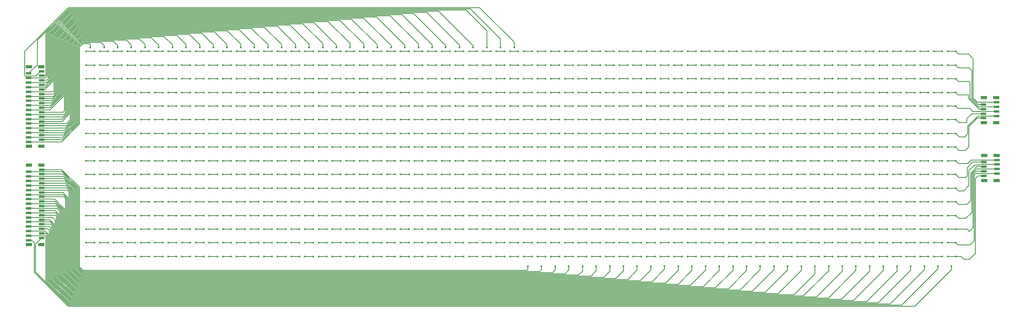
<source format=gbl>
G04 #@! TF.GenerationSoftware,KiCad,Pcbnew,6.0.8+dfsg-1~bpo11+1*
G04 #@! TF.CreationDate,2023-05-30T17:00:38-04:00*
G04 #@! TF.ProjectId,10_padded_high_res_loose,31305f70-6164-4646-9564-5f686967685f,rev?*
G04 #@! TF.SameCoordinates,Original*
G04 #@! TF.FileFunction,Copper,L2,Bot*
G04 #@! TF.FilePolarity,Positive*
%FSLAX46Y46*%
G04 Gerber Fmt 4.6, Leading zero omitted, Abs format (unit mm)*
G04 Created by KiCad (PCBNEW 6.0.8+dfsg-1~bpo11+1) date 2023-05-30 17:00:38*
%MOMM*%
%LPD*%
G01*
G04 APERTURE LIST*
G04 #@! TA.AperFunction,SMDPad,CuDef*
%ADD10R,1.200000X0.600000*%
G04 #@! TD*
G04 #@! TA.AperFunction,SMDPad,CuDef*
%ADD11R,1.400000X0.800000*%
G04 #@! TD*
G04 #@! TA.AperFunction,ViaPad*
%ADD12C,0.400000*%
G04 #@! TD*
G04 #@! TA.AperFunction,Conductor*
%ADD13C,0.127000*%
G04 #@! TD*
G04 APERTURE END LIST*
D10*
X263090000Y-81540000D03*
X260190000Y-82040000D03*
X263090000Y-82540000D03*
X260190000Y-83040000D03*
X263090000Y-83540000D03*
X260190000Y-84040000D03*
X263090000Y-84540000D03*
X260190000Y-85040000D03*
D11*
X262990000Y-80540000D03*
X260290000Y-80540000D03*
X262990000Y-86040000D03*
X260290000Y-86040000D03*
D10*
X53490000Y-62070000D03*
X50590000Y-62570000D03*
X53490000Y-63070000D03*
X50590000Y-63570000D03*
X53490000Y-64070000D03*
X50590000Y-64570000D03*
X53490000Y-65070000D03*
X50590000Y-65570000D03*
X53490000Y-66070000D03*
X50590000Y-66570000D03*
X53490000Y-67070000D03*
X50590000Y-67570000D03*
X53490000Y-68070000D03*
X50590000Y-68570000D03*
X53490000Y-69070000D03*
X50590000Y-69570000D03*
X53490000Y-70070000D03*
X50590000Y-70570000D03*
X53490000Y-71070000D03*
X50590000Y-71570000D03*
X53490000Y-72070000D03*
X50590000Y-72570000D03*
X53490000Y-73070000D03*
X50590000Y-73570000D03*
X53490000Y-74070000D03*
X50590000Y-74570000D03*
X53490000Y-75070000D03*
X50590000Y-75570000D03*
X53490000Y-76070000D03*
X50590000Y-76570000D03*
X53490000Y-77070000D03*
X50590000Y-77570000D03*
D11*
X53390000Y-61070000D03*
X50690000Y-61070000D03*
X53390000Y-78570000D03*
X50690000Y-78570000D03*
D10*
X50560000Y-99160000D03*
X53460000Y-98660000D03*
X50560000Y-98160000D03*
X53460000Y-97660000D03*
X50560000Y-97160000D03*
X53460000Y-96660000D03*
X50560000Y-96160000D03*
X53460000Y-95660000D03*
X50560000Y-95160000D03*
X53460000Y-94660000D03*
X50560000Y-94160000D03*
X53460000Y-93660000D03*
X50560000Y-93160000D03*
X53460000Y-92660000D03*
X50560000Y-92160000D03*
X53460000Y-91660000D03*
X50560000Y-91160000D03*
X53460000Y-90660000D03*
X50560000Y-90160000D03*
X53460000Y-89660000D03*
X50560000Y-89160000D03*
X53460000Y-88660000D03*
X50560000Y-88160000D03*
X53460000Y-87660000D03*
X50560000Y-87160000D03*
X53460000Y-86660000D03*
X50560000Y-86160000D03*
X53460000Y-85660000D03*
X50560000Y-85160000D03*
X53460000Y-84660000D03*
X50560000Y-84160000D03*
X53460000Y-83660000D03*
D11*
X50660000Y-100160000D03*
X53360000Y-100160000D03*
X50660000Y-82660000D03*
X53360000Y-82660000D03*
D10*
X262990000Y-68890000D03*
X260090000Y-69390000D03*
X262990000Y-69890000D03*
X260090000Y-70390000D03*
X262990000Y-70890000D03*
X260090000Y-71390000D03*
X262990000Y-71890000D03*
X260090000Y-72390000D03*
D11*
X262890000Y-67890000D03*
X260190000Y-67890000D03*
X262890000Y-73390000D03*
X260190000Y-73390000D03*
D12*
X253130000Y-104820000D03*
X250130000Y-104820000D03*
X247130000Y-104820000D03*
X244130000Y-104820000D03*
X241130000Y-104820000D03*
X238130000Y-104820000D03*
X235130000Y-104820000D03*
X232130000Y-104820000D03*
X170030000Y-81730000D03*
X234220000Y-81730000D03*
X72220000Y-81730000D03*
X252220000Y-81730000D03*
X221030000Y-81730000D03*
X78220000Y-81730000D03*
X228220000Y-81730000D03*
X174220000Y-81730000D03*
X215030000Y-81730000D03*
X233030000Y-81730000D03*
X107030000Y-81730000D03*
X66220000Y-81730000D03*
X75220000Y-81730000D03*
X129220000Y-81730000D03*
X243220000Y-81730000D03*
X140030000Y-81730000D03*
X207220000Y-81730000D03*
X197030000Y-81730000D03*
X192220000Y-81730000D03*
X74030000Y-81730000D03*
X143030000Y-81730000D03*
X249220000Y-81730000D03*
X194030000Y-81730000D03*
X177220000Y-81730000D03*
X219220000Y-81730000D03*
X141220000Y-81730000D03*
X80030000Y-81730000D03*
X144220000Y-81730000D03*
X158030000Y-81730000D03*
X98030000Y-81730000D03*
X159220000Y-81730000D03*
X99220000Y-81730000D03*
X146030000Y-81730000D03*
X113030000Y-81730000D03*
X222220000Y-81730000D03*
X102220000Y-81730000D03*
X123220000Y-81730000D03*
X251030000Y-81730000D03*
X183220000Y-81730000D03*
X171220000Y-81730000D03*
X191030000Y-81730000D03*
X224030000Y-81730000D03*
X149030000Y-81730000D03*
X210220000Y-81730000D03*
X65030000Y-81730000D03*
X204220000Y-81730000D03*
X95030000Y-81730000D03*
X245030000Y-81730000D03*
X114220000Y-81730000D03*
X153220000Y-81730000D03*
X155030000Y-81730000D03*
X206030000Y-81730000D03*
X161030000Y-81730000D03*
X83030000Y-81730000D03*
X119030000Y-81730000D03*
X240220000Y-81730000D03*
X152030000Y-81730000D03*
X71030000Y-81730000D03*
X63220000Y-81730000D03*
X248030000Y-81730000D03*
X213220000Y-81730000D03*
X126220000Y-81730000D03*
X237220000Y-81730000D03*
X89030000Y-81730000D03*
X167030000Y-81730000D03*
X104030000Y-81730000D03*
X201220000Y-81730000D03*
X189220000Y-81730000D03*
X128030000Y-81730000D03*
X92030000Y-81730000D03*
X209030000Y-81730000D03*
X182030000Y-81730000D03*
X96220000Y-81730000D03*
X68030000Y-81730000D03*
X122030000Y-81730000D03*
X134030000Y-81730000D03*
X203030000Y-81730000D03*
X150220000Y-81730000D03*
X131030000Y-81730000D03*
X164030000Y-81730000D03*
X110030000Y-81730000D03*
X69220000Y-81730000D03*
X242030000Y-81730000D03*
X108220000Y-81730000D03*
X125030000Y-81730000D03*
X111220000Y-81730000D03*
X236030000Y-81730000D03*
X239030000Y-81730000D03*
X101030000Y-81730000D03*
X230030000Y-81730000D03*
X179030000Y-81730000D03*
X116030000Y-81730000D03*
X87220000Y-81730000D03*
X105220000Y-81730000D03*
X195220000Y-81730000D03*
X254030000Y-81730000D03*
X137030000Y-81730000D03*
X86030000Y-81730000D03*
X186220000Y-81730000D03*
X77030000Y-81730000D03*
X173030000Y-81730000D03*
X135220000Y-81730000D03*
X188030000Y-81730000D03*
X120220000Y-81730000D03*
X168220000Y-81730000D03*
X93220000Y-81730000D03*
X198220000Y-81730000D03*
X218030000Y-81730000D03*
X180220000Y-81730000D03*
X212030000Y-81730000D03*
X147220000Y-81730000D03*
X90220000Y-81730000D03*
X81220000Y-81730000D03*
X156220000Y-81730000D03*
X231220000Y-81730000D03*
X132220000Y-81730000D03*
X185030000Y-81730000D03*
X84220000Y-81730000D03*
X225220000Y-81730000D03*
X162220000Y-81730000D03*
X200030000Y-81730000D03*
X117220000Y-81730000D03*
X176030000Y-81730000D03*
X165220000Y-81730000D03*
X246220000Y-81730000D03*
X227030000Y-81730000D03*
X216220000Y-81730000D03*
X138220000Y-81730000D03*
X182030000Y-84730000D03*
X186220000Y-84730000D03*
X246220000Y-84730000D03*
X138220000Y-84730000D03*
X116030000Y-84730000D03*
X171220000Y-84730000D03*
X221030000Y-84730000D03*
X141220000Y-84730000D03*
X87220000Y-84730000D03*
X90220000Y-84730000D03*
X185030000Y-84730000D03*
X248030000Y-84730000D03*
X173030000Y-84730000D03*
X162220000Y-84730000D03*
X195220000Y-84730000D03*
X177220000Y-84730000D03*
X233030000Y-84730000D03*
X183220000Y-84730000D03*
X204220000Y-84730000D03*
X245030000Y-84730000D03*
X254030000Y-84730000D03*
X135220000Y-84730000D03*
X215030000Y-84730000D03*
X251030000Y-84730000D03*
X174220000Y-84730000D03*
X227030000Y-84730000D03*
X143030000Y-84730000D03*
X216220000Y-84730000D03*
X170030000Y-84730000D03*
X92030000Y-84730000D03*
X243220000Y-84730000D03*
X137030000Y-84730000D03*
X249220000Y-84730000D03*
X197030000Y-84730000D03*
X131030000Y-84730000D03*
X207220000Y-84730000D03*
X69220000Y-84730000D03*
X98030000Y-84730000D03*
X176030000Y-84730000D03*
X84220000Y-84730000D03*
X71030000Y-84730000D03*
X86030000Y-84730000D03*
X189220000Y-84730000D03*
X158030000Y-84730000D03*
X222220000Y-84730000D03*
X93220000Y-84730000D03*
X200030000Y-84730000D03*
X191030000Y-84730000D03*
X95030000Y-84730000D03*
X129220000Y-84730000D03*
X101030000Y-84730000D03*
X96220000Y-84730000D03*
X75220000Y-84730000D03*
X234220000Y-84730000D03*
X168220000Y-84730000D03*
X236030000Y-84730000D03*
X159220000Y-84730000D03*
X152030000Y-84730000D03*
X107030000Y-84730000D03*
X206030000Y-84730000D03*
X68030000Y-84730000D03*
X212030000Y-84730000D03*
X188030000Y-84730000D03*
X198220000Y-84730000D03*
X228220000Y-84730000D03*
X66220000Y-84730000D03*
X105220000Y-84730000D03*
X230030000Y-84730000D03*
X89030000Y-84730000D03*
X111220000Y-84730000D03*
X192220000Y-84730000D03*
X225220000Y-84730000D03*
X120220000Y-84730000D03*
X242030000Y-84730000D03*
X210220000Y-84730000D03*
X110030000Y-84730000D03*
X237220000Y-84730000D03*
X147220000Y-84730000D03*
X119030000Y-84730000D03*
X113030000Y-84730000D03*
X72220000Y-84730000D03*
X83030000Y-84730000D03*
X218030000Y-84730000D03*
X146030000Y-84730000D03*
X180220000Y-84730000D03*
X252220000Y-84730000D03*
X128030000Y-84730000D03*
X213220000Y-84730000D03*
X126220000Y-84730000D03*
X78220000Y-84730000D03*
X140030000Y-84730000D03*
X99220000Y-84730000D03*
X161030000Y-84730000D03*
X122030000Y-84730000D03*
X65030000Y-84730000D03*
X156220000Y-84730000D03*
X125030000Y-84730000D03*
X108220000Y-84730000D03*
X239030000Y-84730000D03*
X224030000Y-84730000D03*
X203030000Y-84730000D03*
X179030000Y-84730000D03*
X132220000Y-84730000D03*
X77030000Y-84730000D03*
X194030000Y-84730000D03*
X123220000Y-84730000D03*
X201220000Y-84730000D03*
X104030000Y-84730000D03*
X219220000Y-84730000D03*
X167030000Y-84730000D03*
X164030000Y-84730000D03*
X80030000Y-84730000D03*
X134030000Y-84730000D03*
X144220000Y-84730000D03*
X74030000Y-84730000D03*
X209030000Y-84730000D03*
X117220000Y-84730000D03*
X150220000Y-84730000D03*
X114220000Y-84730000D03*
X102220000Y-84730000D03*
X165220000Y-84730000D03*
X149030000Y-84730000D03*
X240220000Y-84730000D03*
X153220000Y-84730000D03*
X63220000Y-84730000D03*
X155030000Y-84730000D03*
X81220000Y-84730000D03*
X231220000Y-84730000D03*
X173030000Y-87730000D03*
X105220000Y-87730000D03*
X83030000Y-87730000D03*
X131030000Y-87730000D03*
X239030000Y-87730000D03*
X222220000Y-87730000D03*
X242030000Y-87730000D03*
X219220000Y-87730000D03*
X164030000Y-87730000D03*
X221030000Y-87730000D03*
X165220000Y-87730000D03*
X126220000Y-87730000D03*
X185030000Y-87730000D03*
X123220000Y-87730000D03*
X206030000Y-87730000D03*
X230030000Y-87730000D03*
X101030000Y-87730000D03*
X141220000Y-87730000D03*
X218030000Y-87730000D03*
X170030000Y-87730000D03*
X140030000Y-87730000D03*
X98030000Y-87730000D03*
X240220000Y-87730000D03*
X116030000Y-87730000D03*
X197030000Y-87730000D03*
X63220000Y-87730000D03*
X149030000Y-87730000D03*
X198220000Y-87730000D03*
X251030000Y-87730000D03*
X216220000Y-87730000D03*
X117220000Y-87730000D03*
X182030000Y-87730000D03*
X110030000Y-87730000D03*
X168220000Y-87730000D03*
X111220000Y-87730000D03*
X152030000Y-87730000D03*
X96220000Y-87730000D03*
X120220000Y-87730000D03*
X144220000Y-87730000D03*
X210220000Y-87730000D03*
X155030000Y-87730000D03*
X125030000Y-87730000D03*
X179030000Y-87730000D03*
X225220000Y-87730000D03*
X114220000Y-87730000D03*
X66220000Y-87730000D03*
X213220000Y-87730000D03*
X69220000Y-87730000D03*
X104030000Y-87730000D03*
X90220000Y-87730000D03*
X74030000Y-87730000D03*
X189220000Y-87730000D03*
X236030000Y-87730000D03*
X122030000Y-87730000D03*
X248030000Y-87730000D03*
X231220000Y-87730000D03*
X81220000Y-87730000D03*
X107030000Y-87730000D03*
X200030000Y-87730000D03*
X132220000Y-87730000D03*
X228220000Y-87730000D03*
X237220000Y-87730000D03*
X207220000Y-87730000D03*
X243220000Y-87730000D03*
X234220000Y-87730000D03*
X177220000Y-87730000D03*
X171220000Y-87730000D03*
X113030000Y-87730000D03*
X150220000Y-87730000D03*
X119030000Y-87730000D03*
X78220000Y-87730000D03*
X174220000Y-87730000D03*
X195220000Y-87730000D03*
X212030000Y-87730000D03*
X134030000Y-87730000D03*
X204220000Y-87730000D03*
X215030000Y-87730000D03*
X128030000Y-87730000D03*
X246220000Y-87730000D03*
X233030000Y-87730000D03*
X245030000Y-87730000D03*
X87220000Y-87730000D03*
X84220000Y-87730000D03*
X99220000Y-87730000D03*
X137030000Y-87730000D03*
X129220000Y-87730000D03*
X203030000Y-87730000D03*
X77030000Y-87730000D03*
X93220000Y-87730000D03*
X80030000Y-87730000D03*
X167030000Y-87730000D03*
X227030000Y-87730000D03*
X68030000Y-87730000D03*
X153220000Y-87730000D03*
X75220000Y-87730000D03*
X159220000Y-87730000D03*
X108220000Y-87730000D03*
X65030000Y-87730000D03*
X183220000Y-87730000D03*
X95030000Y-87730000D03*
X72220000Y-87730000D03*
X194030000Y-87730000D03*
X186220000Y-87730000D03*
X162220000Y-87730000D03*
X192220000Y-87730000D03*
X191030000Y-87730000D03*
X138220000Y-87730000D03*
X209030000Y-87730000D03*
X176030000Y-87730000D03*
X143030000Y-87730000D03*
X92030000Y-87730000D03*
X254030000Y-87730000D03*
X146030000Y-87730000D03*
X188030000Y-87730000D03*
X180220000Y-87730000D03*
X147220000Y-87730000D03*
X135220000Y-87730000D03*
X156220000Y-87730000D03*
X102220000Y-87730000D03*
X89030000Y-87730000D03*
X86030000Y-87730000D03*
X224030000Y-87730000D03*
X71030000Y-87730000D03*
X201220000Y-87730000D03*
X252220000Y-87730000D03*
X161030000Y-87730000D03*
X158030000Y-87730000D03*
X249220000Y-87730000D03*
X132220000Y-90730000D03*
X182030000Y-90730000D03*
X213220000Y-90730000D03*
X162220000Y-90730000D03*
X65030000Y-90730000D03*
X75220000Y-90730000D03*
X141220000Y-90730000D03*
X120220000Y-90730000D03*
X117220000Y-90730000D03*
X183220000Y-90730000D03*
X192220000Y-90730000D03*
X236030000Y-90730000D03*
X99220000Y-90730000D03*
X110030000Y-90730000D03*
X252220000Y-90730000D03*
X114220000Y-90730000D03*
X108220000Y-90730000D03*
X188030000Y-90730000D03*
X164030000Y-90730000D03*
X152030000Y-90730000D03*
X242030000Y-90730000D03*
X83030000Y-90730000D03*
X197030000Y-90730000D03*
X219220000Y-90730000D03*
X191030000Y-90730000D03*
X111220000Y-90730000D03*
X137030000Y-90730000D03*
X248030000Y-90730000D03*
X189220000Y-90730000D03*
X153220000Y-90730000D03*
X89030000Y-90730000D03*
X143030000Y-90730000D03*
X165220000Y-90730000D03*
X237220000Y-90730000D03*
X218030000Y-90730000D03*
X225220000Y-90730000D03*
X176030000Y-90730000D03*
X119030000Y-90730000D03*
X101030000Y-90730000D03*
X123220000Y-90730000D03*
X63220000Y-90730000D03*
X122030000Y-90730000D03*
X150220000Y-90730000D03*
X180220000Y-90730000D03*
X92030000Y-90730000D03*
X194030000Y-90730000D03*
X144220000Y-90730000D03*
X174220000Y-90730000D03*
X245030000Y-90730000D03*
X156220000Y-90730000D03*
X81220000Y-90730000D03*
X239030000Y-90730000D03*
X230030000Y-90730000D03*
X210220000Y-90730000D03*
X168220000Y-90730000D03*
X72220000Y-90730000D03*
X147220000Y-90730000D03*
X77030000Y-90730000D03*
X105220000Y-90730000D03*
X185030000Y-90730000D03*
X177220000Y-90730000D03*
X221030000Y-90730000D03*
X107030000Y-90730000D03*
X102220000Y-90730000D03*
X138220000Y-90730000D03*
X243220000Y-90730000D03*
X201220000Y-90730000D03*
X93220000Y-90730000D03*
X251030000Y-90730000D03*
X200030000Y-90730000D03*
X159220000Y-90730000D03*
X95030000Y-90730000D03*
X68030000Y-90730000D03*
X212030000Y-90730000D03*
X146030000Y-90730000D03*
X116030000Y-90730000D03*
X203030000Y-90730000D03*
X198220000Y-90730000D03*
X167030000Y-90730000D03*
X86030000Y-90730000D03*
X71030000Y-90730000D03*
X204220000Y-90730000D03*
X149030000Y-90730000D03*
X234220000Y-90730000D03*
X128030000Y-90730000D03*
X104030000Y-90730000D03*
X209030000Y-90730000D03*
X233030000Y-90730000D03*
X170030000Y-90730000D03*
X254030000Y-90730000D03*
X246220000Y-90730000D03*
X249220000Y-90730000D03*
X158030000Y-90730000D03*
X186220000Y-90730000D03*
X240220000Y-90730000D03*
X135220000Y-90730000D03*
X125030000Y-90730000D03*
X155030000Y-90730000D03*
X126220000Y-90730000D03*
X228220000Y-90730000D03*
X131030000Y-90730000D03*
X113030000Y-90730000D03*
X206030000Y-90730000D03*
X80030000Y-90730000D03*
X78220000Y-90730000D03*
X215030000Y-90730000D03*
X87220000Y-90730000D03*
X207220000Y-90730000D03*
X195220000Y-90730000D03*
X222220000Y-90730000D03*
X90220000Y-90730000D03*
X96220000Y-90730000D03*
X84220000Y-90730000D03*
X134030000Y-90730000D03*
X129220000Y-90730000D03*
X179030000Y-90730000D03*
X98030000Y-90730000D03*
X66220000Y-90730000D03*
X173030000Y-90730000D03*
X74030000Y-90730000D03*
X231220000Y-90730000D03*
X227030000Y-90730000D03*
X216220000Y-90730000D03*
X140030000Y-90730000D03*
X171220000Y-90730000D03*
X161030000Y-90730000D03*
X69220000Y-90730000D03*
X224030000Y-90730000D03*
X137030000Y-93730000D03*
X119030000Y-93730000D03*
X93220000Y-93730000D03*
X83030000Y-93730000D03*
X185030000Y-93730000D03*
X77030000Y-93730000D03*
X78220000Y-93730000D03*
X141220000Y-93730000D03*
X174220000Y-93730000D03*
X225220000Y-93730000D03*
X146030000Y-93730000D03*
X108220000Y-93730000D03*
X71030000Y-93730000D03*
X215030000Y-93730000D03*
X68030000Y-93730000D03*
X236030000Y-93730000D03*
X237220000Y-93730000D03*
X114220000Y-93730000D03*
X248030000Y-93730000D03*
X203030000Y-93730000D03*
X234220000Y-93730000D03*
X87220000Y-93730000D03*
X110030000Y-93730000D03*
X182030000Y-93730000D03*
X156220000Y-93730000D03*
X147220000Y-93730000D03*
X107030000Y-93730000D03*
X198220000Y-93730000D03*
X204220000Y-93730000D03*
X177220000Y-93730000D03*
X101030000Y-93730000D03*
X183220000Y-93730000D03*
X194030000Y-93730000D03*
X240220000Y-93730000D03*
X188030000Y-93730000D03*
X200030000Y-93730000D03*
X128030000Y-93730000D03*
X195220000Y-93730000D03*
X132220000Y-93730000D03*
X230030000Y-93730000D03*
X192220000Y-93730000D03*
X162220000Y-93730000D03*
X95030000Y-93730000D03*
X143030000Y-93730000D03*
X167030000Y-93730000D03*
X131030000Y-93730000D03*
X231220000Y-93730000D03*
X125030000Y-93730000D03*
X90220000Y-93730000D03*
X74030000Y-93730000D03*
X207220000Y-93730000D03*
X222220000Y-93730000D03*
X150220000Y-93730000D03*
X219220000Y-93730000D03*
X218030000Y-93730000D03*
X66220000Y-93730000D03*
X209030000Y-93730000D03*
X105220000Y-93730000D03*
X254030000Y-93730000D03*
X180220000Y-93730000D03*
X111220000Y-93730000D03*
X104030000Y-93730000D03*
X201220000Y-93730000D03*
X99220000Y-93730000D03*
X86030000Y-93730000D03*
X81220000Y-93730000D03*
X72220000Y-93730000D03*
X243220000Y-93730000D03*
X117220000Y-93730000D03*
X179030000Y-93730000D03*
X168220000Y-93730000D03*
X155030000Y-93730000D03*
X123220000Y-93730000D03*
X89030000Y-93730000D03*
X161030000Y-93730000D03*
X224030000Y-93730000D03*
X159220000Y-93730000D03*
X92030000Y-93730000D03*
X245030000Y-93730000D03*
X171220000Y-93730000D03*
X69220000Y-93730000D03*
X170030000Y-93730000D03*
X191030000Y-93730000D03*
X63220000Y-93730000D03*
X242030000Y-93730000D03*
X116030000Y-93730000D03*
X173030000Y-93730000D03*
X135220000Y-93730000D03*
X233030000Y-93730000D03*
X113030000Y-93730000D03*
X122030000Y-93730000D03*
X221030000Y-93730000D03*
X251030000Y-93730000D03*
X140030000Y-93730000D03*
X239030000Y-93730000D03*
X210220000Y-93730000D03*
X144220000Y-93730000D03*
X75220000Y-93730000D03*
X228220000Y-93730000D03*
X126220000Y-93730000D03*
X149030000Y-93730000D03*
X98030000Y-93730000D03*
X206030000Y-93730000D03*
X164030000Y-93730000D03*
X249220000Y-93730000D03*
X96220000Y-93730000D03*
X212030000Y-93730000D03*
X186220000Y-93730000D03*
X152030000Y-93730000D03*
X153220000Y-93730000D03*
X216220000Y-93730000D03*
X129220000Y-93730000D03*
X213220000Y-93730000D03*
X189220000Y-93730000D03*
X158030000Y-93730000D03*
X138220000Y-93730000D03*
X176030000Y-93730000D03*
X246220000Y-93730000D03*
X252220000Y-93730000D03*
X120220000Y-93730000D03*
X134030000Y-93730000D03*
X80030000Y-93730000D03*
X84220000Y-93730000D03*
X227030000Y-93730000D03*
X65030000Y-93730000D03*
X102220000Y-93730000D03*
X165220000Y-93730000D03*
X197030000Y-93730000D03*
X240220000Y-96730000D03*
X105220000Y-96730000D03*
X221030000Y-96730000D03*
X197030000Y-96730000D03*
X189220000Y-96730000D03*
X113030000Y-96730000D03*
X86030000Y-96730000D03*
X185030000Y-96730000D03*
X104030000Y-96730000D03*
X242030000Y-96730000D03*
X216220000Y-96730000D03*
X81220000Y-96730000D03*
X129220000Y-96730000D03*
X177220000Y-96730000D03*
X167030000Y-96730000D03*
X128030000Y-96730000D03*
X83030000Y-96730000D03*
X170030000Y-96730000D03*
X69220000Y-96730000D03*
X93220000Y-96730000D03*
X168220000Y-96730000D03*
X234220000Y-96730000D03*
X147220000Y-96730000D03*
X120220000Y-96730000D03*
X84220000Y-96730000D03*
X248030000Y-96730000D03*
X236030000Y-96730000D03*
X107030000Y-96730000D03*
X137030000Y-96730000D03*
X150220000Y-96730000D03*
X111220000Y-96730000D03*
X249220000Y-96730000D03*
X245030000Y-96730000D03*
X227030000Y-96730000D03*
X162220000Y-96730000D03*
X80030000Y-96730000D03*
X204220000Y-96730000D03*
X186220000Y-96730000D03*
X251030000Y-96730000D03*
X65030000Y-96730000D03*
X102220000Y-96730000D03*
X116030000Y-96730000D03*
X243220000Y-96730000D03*
X95030000Y-96730000D03*
X101030000Y-96730000D03*
X146030000Y-96730000D03*
X173030000Y-96730000D03*
X171220000Y-96730000D03*
X198220000Y-96730000D03*
X74030000Y-96730000D03*
X219220000Y-96730000D03*
X149030000Y-96730000D03*
X194030000Y-96730000D03*
X164030000Y-96730000D03*
X174220000Y-96730000D03*
X123220000Y-96730000D03*
X239030000Y-96730000D03*
X230030000Y-96730000D03*
X215030000Y-96730000D03*
X212030000Y-96730000D03*
X98030000Y-96730000D03*
X75220000Y-96730000D03*
X144220000Y-96730000D03*
X131030000Y-96730000D03*
X209030000Y-96730000D03*
X233030000Y-96730000D03*
X224030000Y-96730000D03*
X165220000Y-96730000D03*
X155030000Y-96730000D03*
X225220000Y-96730000D03*
X237220000Y-96730000D03*
X180220000Y-96730000D03*
X110030000Y-96730000D03*
X122030000Y-96730000D03*
X63220000Y-96730000D03*
X135220000Y-96730000D03*
X140030000Y-96730000D03*
X108220000Y-96730000D03*
X125030000Y-96730000D03*
X206030000Y-96730000D03*
X182030000Y-96730000D03*
X68030000Y-96730000D03*
X119030000Y-96730000D03*
X231220000Y-96730000D03*
X158030000Y-96730000D03*
X90220000Y-96730000D03*
X99220000Y-96730000D03*
X71030000Y-96730000D03*
X77030000Y-96730000D03*
X72220000Y-96730000D03*
X156220000Y-96730000D03*
X246220000Y-96730000D03*
X201220000Y-96730000D03*
X161030000Y-96730000D03*
X92030000Y-96730000D03*
X203030000Y-96730000D03*
X153220000Y-96730000D03*
X192220000Y-96730000D03*
X252220000Y-96730000D03*
X207220000Y-96730000D03*
X254030000Y-96730000D03*
X132220000Y-96730000D03*
X117220000Y-96730000D03*
X191030000Y-96730000D03*
X159220000Y-96730000D03*
X210220000Y-96730000D03*
X179030000Y-96730000D03*
X183220000Y-96730000D03*
X152030000Y-96730000D03*
X176030000Y-96730000D03*
X222220000Y-96730000D03*
X126220000Y-96730000D03*
X141220000Y-96730000D03*
X87220000Y-96730000D03*
X66220000Y-96730000D03*
X78220000Y-96730000D03*
X143030000Y-96730000D03*
X200030000Y-96730000D03*
X188030000Y-96730000D03*
X114220000Y-96730000D03*
X218030000Y-96730000D03*
X228220000Y-96730000D03*
X134030000Y-96730000D03*
X138220000Y-96730000D03*
X89030000Y-96730000D03*
X213220000Y-96730000D03*
X96220000Y-96730000D03*
X195220000Y-96730000D03*
X221030000Y-99730000D03*
X171220000Y-99730000D03*
X153220000Y-99730000D03*
X95030000Y-99730000D03*
X197030000Y-99730000D03*
X188030000Y-99730000D03*
X200030000Y-99730000D03*
X128030000Y-99730000D03*
X108220000Y-99730000D03*
X119030000Y-99730000D03*
X185030000Y-99730000D03*
X182030000Y-99730000D03*
X80030000Y-99730000D03*
X213220000Y-99730000D03*
X228220000Y-99730000D03*
X201220000Y-99730000D03*
X129220000Y-99730000D03*
X249220000Y-99730000D03*
X207220000Y-99730000D03*
X210220000Y-99730000D03*
X140030000Y-99730000D03*
X233030000Y-99730000D03*
X192220000Y-99730000D03*
X147220000Y-99730000D03*
X71030000Y-99730000D03*
X93220000Y-99730000D03*
X66220000Y-99730000D03*
X230030000Y-99730000D03*
X165220000Y-99730000D03*
X177220000Y-99730000D03*
X152030000Y-99730000D03*
X87220000Y-99730000D03*
X170030000Y-99730000D03*
X74030000Y-99730000D03*
X84220000Y-99730000D03*
X168220000Y-99730000D03*
X225220000Y-99730000D03*
X189220000Y-99730000D03*
X167030000Y-99730000D03*
X65030000Y-99730000D03*
X164030000Y-99730000D03*
X224030000Y-99730000D03*
X131030000Y-99730000D03*
X231220000Y-99730000D03*
X222220000Y-99730000D03*
X126220000Y-99730000D03*
X161030000Y-99730000D03*
X98030000Y-99730000D03*
X63220000Y-99730000D03*
X234220000Y-99730000D03*
X176030000Y-99730000D03*
X143030000Y-99730000D03*
X72220000Y-99730000D03*
X206030000Y-99730000D03*
X101030000Y-99730000D03*
X246220000Y-99730000D03*
X155030000Y-99730000D03*
X92030000Y-99730000D03*
X141220000Y-99730000D03*
X132220000Y-99730000D03*
X117220000Y-99730000D03*
X173030000Y-99730000D03*
X236030000Y-99730000D03*
X105220000Y-99730000D03*
X83030000Y-99730000D03*
X194030000Y-99730000D03*
X123220000Y-99730000D03*
X69220000Y-99730000D03*
X245030000Y-99730000D03*
X138220000Y-99730000D03*
X204220000Y-99730000D03*
X78220000Y-99730000D03*
X219220000Y-99730000D03*
X179030000Y-99730000D03*
X146030000Y-99730000D03*
X90220000Y-99730000D03*
X75220000Y-99730000D03*
X110030000Y-99730000D03*
X186220000Y-99730000D03*
X122030000Y-99730000D03*
X237220000Y-99730000D03*
X174220000Y-99730000D03*
X135220000Y-99730000D03*
X104030000Y-99730000D03*
X218030000Y-99730000D03*
X114220000Y-99730000D03*
X251030000Y-99730000D03*
X89030000Y-99730000D03*
X120220000Y-99730000D03*
X240220000Y-99730000D03*
X209030000Y-99730000D03*
X137030000Y-99730000D03*
X113030000Y-99730000D03*
X81220000Y-99730000D03*
X134030000Y-99730000D03*
X149030000Y-99730000D03*
X191030000Y-99730000D03*
X107030000Y-99730000D03*
X125030000Y-99730000D03*
X183220000Y-99730000D03*
X180220000Y-99730000D03*
X162220000Y-99730000D03*
X102220000Y-99730000D03*
X212030000Y-99730000D03*
X227030000Y-99730000D03*
X195220000Y-99730000D03*
X144220000Y-99730000D03*
X111220000Y-99730000D03*
X215030000Y-99730000D03*
X96220000Y-99730000D03*
X216220000Y-99730000D03*
X150220000Y-99730000D03*
X254030000Y-99730000D03*
X242030000Y-99730000D03*
X159220000Y-99730000D03*
X203030000Y-99730000D03*
X86030000Y-99730000D03*
X243220000Y-99730000D03*
X248030000Y-99730000D03*
X156220000Y-99730000D03*
X252220000Y-99730000D03*
X158030000Y-99730000D03*
X116030000Y-99730000D03*
X99220000Y-99730000D03*
X77030000Y-99730000D03*
X198220000Y-99730000D03*
X239030000Y-99730000D03*
X68030000Y-99730000D03*
X168220000Y-102730000D03*
X233030000Y-102730000D03*
X207220000Y-102730000D03*
X246220000Y-102730000D03*
X192220000Y-102730000D03*
X162220000Y-102730000D03*
X84220000Y-102730000D03*
X210220000Y-102730000D03*
X186220000Y-102730000D03*
X243220000Y-102730000D03*
X222220000Y-102730000D03*
X129220000Y-102730000D03*
X149030000Y-102730000D03*
X191030000Y-102730000D03*
X126220000Y-102730000D03*
X225220000Y-102730000D03*
X117220000Y-102730000D03*
X110030000Y-102730000D03*
X173030000Y-102730000D03*
X65030000Y-102730000D03*
X242030000Y-102730000D03*
X140030000Y-102730000D03*
X189220000Y-102730000D03*
X212030000Y-102730000D03*
X249220000Y-102730000D03*
X240220000Y-102730000D03*
X137030000Y-102730000D03*
X213220000Y-102730000D03*
X179030000Y-102730000D03*
X104030000Y-102730000D03*
X216220000Y-102730000D03*
X135220000Y-102730000D03*
X170030000Y-102730000D03*
X171220000Y-102730000D03*
X119030000Y-102730000D03*
X155030000Y-102730000D03*
X77030000Y-102730000D03*
X254030000Y-102730000D03*
X167030000Y-102730000D03*
X132220000Y-102730000D03*
X101030000Y-102730000D03*
X230030000Y-102730000D03*
X152030000Y-102730000D03*
X221030000Y-102730000D03*
X147220000Y-102730000D03*
X159220000Y-102730000D03*
X81220000Y-102730000D03*
X219220000Y-102730000D03*
X206030000Y-102730000D03*
X113030000Y-102730000D03*
X86030000Y-102730000D03*
X87220000Y-102730000D03*
X215030000Y-102730000D03*
X224030000Y-102730000D03*
X98030000Y-102730000D03*
X146030000Y-102730000D03*
X69220000Y-102730000D03*
X165220000Y-102730000D03*
X209030000Y-102730000D03*
X161030000Y-102730000D03*
X63220000Y-102730000D03*
X120220000Y-102730000D03*
X107030000Y-102730000D03*
X75220000Y-102730000D03*
X218030000Y-102730000D03*
X239030000Y-102730000D03*
X183220000Y-102730000D03*
X153220000Y-102730000D03*
X201220000Y-102730000D03*
X177220000Y-102730000D03*
X72220000Y-102730000D03*
X182030000Y-102730000D03*
X180220000Y-102730000D03*
X203030000Y-102730000D03*
X174220000Y-102730000D03*
X105220000Y-102730000D03*
X68030000Y-102730000D03*
X252220000Y-102730000D03*
X158030000Y-102730000D03*
X156220000Y-102730000D03*
X200030000Y-102730000D03*
X144220000Y-102730000D03*
X141220000Y-102730000D03*
X228220000Y-102730000D03*
X74030000Y-102730000D03*
X114220000Y-102730000D03*
X128030000Y-102730000D03*
X116030000Y-102730000D03*
X185030000Y-102730000D03*
X176030000Y-102730000D03*
X134030000Y-102730000D03*
X245030000Y-102730000D03*
X227030000Y-102730000D03*
X90220000Y-102730000D03*
X108220000Y-102730000D03*
X194030000Y-102730000D03*
X125030000Y-102730000D03*
X138220000Y-102730000D03*
X122030000Y-102730000D03*
X96220000Y-102730000D03*
X150220000Y-102730000D03*
X237220000Y-102730000D03*
X83030000Y-102730000D03*
X231220000Y-102730000D03*
X111220000Y-102730000D03*
X71030000Y-102730000D03*
X93220000Y-102730000D03*
X66220000Y-102730000D03*
X234220000Y-102730000D03*
X164030000Y-102730000D03*
X143030000Y-102730000D03*
X131030000Y-102730000D03*
X197030000Y-102730000D03*
X123220000Y-102730000D03*
X248030000Y-102730000D03*
X188030000Y-102730000D03*
X251030000Y-102730000D03*
X89030000Y-102730000D03*
X102220000Y-102730000D03*
X92030000Y-102730000D03*
X80030000Y-102730000D03*
X204220000Y-102730000D03*
X78220000Y-102730000D03*
X195220000Y-102730000D03*
X198220000Y-102730000D03*
X99220000Y-102730000D03*
X95030000Y-102730000D03*
X236030000Y-102730000D03*
X229130000Y-104820000D03*
X226130000Y-104820000D03*
X223130000Y-104820000D03*
X220130000Y-104820000D03*
X217130000Y-104820000D03*
X214130000Y-104820000D03*
X211130000Y-104820000D03*
X208130000Y-104820000D03*
X205130000Y-104820000D03*
X202130000Y-104820000D03*
X199130000Y-104820000D03*
X196130000Y-104820000D03*
X193130000Y-104820000D03*
X190130000Y-104820000D03*
X187130000Y-104820000D03*
X184130000Y-104820000D03*
X181130000Y-104820000D03*
X178130000Y-104820000D03*
X175130000Y-104820000D03*
X172130000Y-104820000D03*
X169130000Y-104820000D03*
X166130000Y-104820000D03*
X163130000Y-104820000D03*
X160130000Y-104820000D03*
X200030000Y-57730000D03*
X93220000Y-57730000D03*
X173030000Y-57730000D03*
X192220000Y-57730000D03*
X231220000Y-57730000D03*
X170030000Y-57730000D03*
X134030000Y-57730000D03*
X248030000Y-57730000D03*
X116030000Y-57730000D03*
X209030000Y-57730000D03*
X165220000Y-57730000D03*
X126220000Y-57730000D03*
X144220000Y-57730000D03*
X122030000Y-57730000D03*
X168220000Y-57730000D03*
X230030000Y-57730000D03*
X89030000Y-57730000D03*
X194030000Y-57730000D03*
X131030000Y-57730000D03*
X138220000Y-57730000D03*
X114220000Y-57730000D03*
X69220000Y-57730000D03*
X71030000Y-57730000D03*
X242030000Y-57730000D03*
X78220000Y-57730000D03*
X84220000Y-57730000D03*
X63220000Y-57730000D03*
X72220000Y-57730000D03*
X75220000Y-57730000D03*
X92030000Y-57730000D03*
X201220000Y-57730000D03*
X104030000Y-57730000D03*
X174220000Y-57730000D03*
X90220000Y-57730000D03*
X153220000Y-57730000D03*
X167030000Y-57730000D03*
X195220000Y-57730000D03*
X110030000Y-57730000D03*
X206030000Y-57730000D03*
X237220000Y-57730000D03*
X212030000Y-57730000D03*
X65030000Y-57730000D03*
X129220000Y-57730000D03*
X83030000Y-57730000D03*
X213220000Y-57730000D03*
X183220000Y-57730000D03*
X132220000Y-57730000D03*
X155030000Y-57730000D03*
X86030000Y-57730000D03*
X233030000Y-57730000D03*
X191030000Y-57730000D03*
X120220000Y-57730000D03*
X218030000Y-57730000D03*
X119030000Y-57730000D03*
X225220000Y-57730000D03*
X164030000Y-57730000D03*
X99220000Y-57730000D03*
X197030000Y-57730000D03*
X74030000Y-57730000D03*
X143030000Y-57730000D03*
X150220000Y-57730000D03*
X149030000Y-57730000D03*
X189220000Y-57730000D03*
X239030000Y-57730000D03*
X77030000Y-57730000D03*
X251030000Y-57730000D03*
X171220000Y-57730000D03*
X113030000Y-57730000D03*
X198220000Y-57730000D03*
X204220000Y-57730000D03*
X179030000Y-57730000D03*
X219220000Y-57730000D03*
X207220000Y-57730000D03*
X81220000Y-57730000D03*
X135220000Y-57730000D03*
X95030000Y-57730000D03*
X180220000Y-57730000D03*
X105220000Y-57730000D03*
X228220000Y-57730000D03*
X182030000Y-57730000D03*
X234220000Y-57730000D03*
X147220000Y-57730000D03*
X216220000Y-57730000D03*
X98030000Y-57730000D03*
X152030000Y-57730000D03*
X203030000Y-57730000D03*
X176030000Y-57730000D03*
X80030000Y-57730000D03*
X158030000Y-57730000D03*
X236030000Y-57730000D03*
X107030000Y-57730000D03*
X185030000Y-57730000D03*
X162220000Y-57730000D03*
X146030000Y-57730000D03*
X159220000Y-57730000D03*
X101030000Y-57730000D03*
X210220000Y-57730000D03*
X111220000Y-57730000D03*
X240220000Y-57730000D03*
X156220000Y-57730000D03*
X186220000Y-57730000D03*
X102220000Y-57730000D03*
X249220000Y-57730000D03*
X68030000Y-57730000D03*
X128030000Y-57730000D03*
X96220000Y-57730000D03*
X254030000Y-57730000D03*
X252220000Y-57730000D03*
X141220000Y-57730000D03*
X123220000Y-57730000D03*
X117220000Y-57730000D03*
X227030000Y-57730000D03*
X221030000Y-57730000D03*
X215030000Y-57730000D03*
X222220000Y-57730000D03*
X246220000Y-57730000D03*
X108220000Y-57730000D03*
X161030000Y-57730000D03*
X66220000Y-57730000D03*
X224030000Y-57730000D03*
X137030000Y-57730000D03*
X125030000Y-57730000D03*
X188030000Y-57730000D03*
X177220000Y-57730000D03*
X245030000Y-57730000D03*
X243220000Y-57730000D03*
X87220000Y-57730000D03*
X140030000Y-57730000D03*
X230030000Y-60730000D03*
X105220000Y-60730000D03*
X114220000Y-60730000D03*
X69220000Y-60730000D03*
X138220000Y-60730000D03*
X186220000Y-60730000D03*
X125030000Y-60730000D03*
X126220000Y-60730000D03*
X224030000Y-60730000D03*
X146030000Y-60730000D03*
X165220000Y-60730000D03*
X86030000Y-60730000D03*
X120220000Y-60730000D03*
X92030000Y-60730000D03*
X110030000Y-60730000D03*
X156220000Y-60730000D03*
X251030000Y-60730000D03*
X218030000Y-60730000D03*
X116030000Y-60730000D03*
X242030000Y-60730000D03*
X137030000Y-60730000D03*
X252220000Y-60730000D03*
X107030000Y-60730000D03*
X135220000Y-60730000D03*
X204220000Y-60730000D03*
X143030000Y-60730000D03*
X206030000Y-60730000D03*
X188030000Y-60730000D03*
X222220000Y-60730000D03*
X171220000Y-60730000D03*
X123220000Y-60730000D03*
X176030000Y-60730000D03*
X161030000Y-60730000D03*
X159220000Y-60730000D03*
X173030000Y-60730000D03*
X246220000Y-60730000D03*
X221030000Y-60730000D03*
X227030000Y-60730000D03*
X197030000Y-60730000D03*
X131030000Y-60730000D03*
X71030000Y-60730000D03*
X215030000Y-60730000D03*
X101030000Y-60730000D03*
X177220000Y-60730000D03*
X236030000Y-60730000D03*
X144220000Y-60730000D03*
X203030000Y-60730000D03*
X65030000Y-60730000D03*
X72220000Y-60730000D03*
X80030000Y-60730000D03*
X122030000Y-60730000D03*
X150220000Y-60730000D03*
X201220000Y-60730000D03*
X198220000Y-60730000D03*
X254030000Y-60730000D03*
X231220000Y-60730000D03*
X207220000Y-60730000D03*
X153220000Y-60730000D03*
X155030000Y-60730000D03*
X191030000Y-60730000D03*
X99220000Y-60730000D03*
X96220000Y-60730000D03*
X183220000Y-60730000D03*
X225220000Y-60730000D03*
X102220000Y-60730000D03*
X84220000Y-60730000D03*
X74030000Y-60730000D03*
X192220000Y-60730000D03*
X243220000Y-60730000D03*
X170030000Y-60730000D03*
X147220000Y-60730000D03*
X81220000Y-60730000D03*
X152030000Y-60730000D03*
X168220000Y-60730000D03*
X237220000Y-60730000D03*
X212030000Y-60730000D03*
X98030000Y-60730000D03*
X108220000Y-60730000D03*
X164030000Y-60730000D03*
X149030000Y-60730000D03*
X240220000Y-60730000D03*
X158030000Y-60730000D03*
X66220000Y-60730000D03*
X234220000Y-60730000D03*
X248030000Y-60730000D03*
X210220000Y-60730000D03*
X93220000Y-60730000D03*
X195220000Y-60730000D03*
X117220000Y-60730000D03*
X233030000Y-60730000D03*
X141220000Y-60730000D03*
X245030000Y-60730000D03*
X213220000Y-60730000D03*
X83030000Y-60730000D03*
X134030000Y-60730000D03*
X219220000Y-60730000D03*
X180220000Y-60730000D03*
X200030000Y-60730000D03*
X104030000Y-60730000D03*
X174220000Y-60730000D03*
X249220000Y-60730000D03*
X63220000Y-60730000D03*
X119030000Y-60730000D03*
X111220000Y-60730000D03*
X78220000Y-60730000D03*
X179030000Y-60730000D03*
X132220000Y-60730000D03*
X128030000Y-60730000D03*
X209030000Y-60730000D03*
X140030000Y-60730000D03*
X228220000Y-60730000D03*
X89030000Y-60730000D03*
X182030000Y-60730000D03*
X216220000Y-60730000D03*
X95030000Y-60730000D03*
X90220000Y-60730000D03*
X162220000Y-60730000D03*
X194030000Y-60730000D03*
X113030000Y-60730000D03*
X189220000Y-60730000D03*
X75220000Y-60730000D03*
X87220000Y-60730000D03*
X129220000Y-60730000D03*
X77030000Y-60730000D03*
X239030000Y-60730000D03*
X68030000Y-60730000D03*
X185030000Y-60730000D03*
X167030000Y-60730000D03*
X107030000Y-63730000D03*
X75220000Y-63730000D03*
X156220000Y-63730000D03*
X254030000Y-63730000D03*
X240220000Y-63730000D03*
X137030000Y-63730000D03*
X164030000Y-63730000D03*
X198220000Y-63730000D03*
X179030000Y-63730000D03*
X141220000Y-63730000D03*
X101030000Y-63730000D03*
X245030000Y-63730000D03*
X90220000Y-63730000D03*
X204220000Y-63730000D03*
X170030000Y-63730000D03*
X165220000Y-63730000D03*
X188030000Y-63730000D03*
X210220000Y-63730000D03*
X155030000Y-63730000D03*
X224030000Y-63730000D03*
X194030000Y-63730000D03*
X123220000Y-63730000D03*
X174220000Y-63730000D03*
X230030000Y-63730000D03*
X221030000Y-63730000D03*
X215030000Y-63730000D03*
X108220000Y-63730000D03*
X83030000Y-63730000D03*
X153220000Y-63730000D03*
X185030000Y-63730000D03*
X105220000Y-63730000D03*
X150220000Y-63730000D03*
X252220000Y-63730000D03*
X162220000Y-63730000D03*
X176030000Y-63730000D03*
X140030000Y-63730000D03*
X237220000Y-63730000D03*
X189220000Y-63730000D03*
X80030000Y-63730000D03*
X128030000Y-63730000D03*
X180220000Y-63730000D03*
X234220000Y-63730000D03*
X86030000Y-63730000D03*
X168220000Y-63730000D03*
X152030000Y-63730000D03*
X143030000Y-63730000D03*
X251030000Y-63730000D03*
X78220000Y-63730000D03*
X246220000Y-63730000D03*
X195220000Y-63730000D03*
X63220000Y-63730000D03*
X102220000Y-63730000D03*
X201220000Y-63730000D03*
X212030000Y-63730000D03*
X113030000Y-63730000D03*
X66220000Y-63730000D03*
X197030000Y-63730000D03*
X72220000Y-63730000D03*
X110030000Y-63730000D03*
X161030000Y-63730000D03*
X119030000Y-63730000D03*
X236030000Y-63730000D03*
X186220000Y-63730000D03*
X249220000Y-63730000D03*
X114220000Y-63730000D03*
X98030000Y-63730000D03*
X243220000Y-63730000D03*
X125030000Y-63730000D03*
X239030000Y-63730000D03*
X95030000Y-63730000D03*
X167030000Y-63730000D03*
X120220000Y-63730000D03*
X218030000Y-63730000D03*
X248030000Y-63730000D03*
X158030000Y-63730000D03*
X206030000Y-63730000D03*
X200030000Y-63730000D03*
X135220000Y-63730000D03*
X225220000Y-63730000D03*
X131030000Y-63730000D03*
X81220000Y-63730000D03*
X122030000Y-63730000D03*
X96220000Y-63730000D03*
X111220000Y-63730000D03*
X149030000Y-63730000D03*
X216220000Y-63730000D03*
X191030000Y-63730000D03*
X183220000Y-63730000D03*
X68030000Y-63730000D03*
X129220000Y-63730000D03*
X222220000Y-63730000D03*
X126220000Y-63730000D03*
X213220000Y-63730000D03*
X219220000Y-63730000D03*
X84220000Y-63730000D03*
X99220000Y-63730000D03*
X242030000Y-63730000D03*
X209030000Y-63730000D03*
X228220000Y-63730000D03*
X93220000Y-63730000D03*
X74030000Y-63730000D03*
X117220000Y-63730000D03*
X177220000Y-63730000D03*
X159220000Y-63730000D03*
X144220000Y-63730000D03*
X203030000Y-63730000D03*
X69220000Y-63730000D03*
X77030000Y-63730000D03*
X171220000Y-63730000D03*
X92030000Y-63730000D03*
X146030000Y-63730000D03*
X227030000Y-63730000D03*
X132220000Y-63730000D03*
X192220000Y-63730000D03*
X71030000Y-63730000D03*
X233030000Y-63730000D03*
X65030000Y-63730000D03*
X89030000Y-63730000D03*
X87220000Y-63730000D03*
X138220000Y-63730000D03*
X173030000Y-63730000D03*
X231220000Y-63730000D03*
X147220000Y-63730000D03*
X134030000Y-63730000D03*
X116030000Y-63730000D03*
X104030000Y-63730000D03*
X207220000Y-63730000D03*
X182030000Y-63730000D03*
X75220000Y-66730000D03*
X117220000Y-66730000D03*
X147220000Y-66730000D03*
X230030000Y-66730000D03*
X200030000Y-66730000D03*
X191030000Y-66730000D03*
X143030000Y-66730000D03*
X162220000Y-66730000D03*
X201220000Y-66730000D03*
X221030000Y-66730000D03*
X108220000Y-66730000D03*
X183220000Y-66730000D03*
X231220000Y-66730000D03*
X135220000Y-66730000D03*
X179030000Y-66730000D03*
X128030000Y-66730000D03*
X138220000Y-66730000D03*
X92030000Y-66730000D03*
X80030000Y-66730000D03*
X63220000Y-66730000D03*
X104030000Y-66730000D03*
X156220000Y-66730000D03*
X129220000Y-66730000D03*
X152030000Y-66730000D03*
X219220000Y-66730000D03*
X161030000Y-66730000D03*
X72220000Y-66730000D03*
X66220000Y-66730000D03*
X86030000Y-66730000D03*
X203030000Y-66730000D03*
X227030000Y-66730000D03*
X164030000Y-66730000D03*
X197030000Y-66730000D03*
X194030000Y-66730000D03*
X180220000Y-66730000D03*
X225220000Y-66730000D03*
X141220000Y-66730000D03*
X99220000Y-66730000D03*
X216220000Y-66730000D03*
X119030000Y-66730000D03*
X177220000Y-66730000D03*
X251030000Y-66730000D03*
X185030000Y-66730000D03*
X105220000Y-66730000D03*
X165220000Y-66730000D03*
X126220000Y-66730000D03*
X90220000Y-66730000D03*
X120220000Y-66730000D03*
X237220000Y-66730000D03*
X242030000Y-66730000D03*
X209030000Y-66730000D03*
X213220000Y-66730000D03*
X114220000Y-66730000D03*
X159220000Y-66730000D03*
X71030000Y-66730000D03*
X65030000Y-66730000D03*
X234220000Y-66730000D03*
X206030000Y-66730000D03*
X236030000Y-66730000D03*
X243220000Y-66730000D03*
X192220000Y-66730000D03*
X239030000Y-66730000D03*
X248030000Y-66730000D03*
X249220000Y-66730000D03*
X233030000Y-66730000D03*
X245030000Y-66730000D03*
X122030000Y-66730000D03*
X215030000Y-66730000D03*
X198220000Y-66730000D03*
X81220000Y-66730000D03*
X246220000Y-66730000D03*
X167030000Y-66730000D03*
X93220000Y-66730000D03*
X189220000Y-66730000D03*
X174220000Y-66730000D03*
X173030000Y-66730000D03*
X144220000Y-66730000D03*
X186220000Y-66730000D03*
X153220000Y-66730000D03*
X228220000Y-66730000D03*
X212030000Y-66730000D03*
X204220000Y-66730000D03*
X69220000Y-66730000D03*
X87220000Y-66730000D03*
X125030000Y-66730000D03*
X89030000Y-66730000D03*
X74030000Y-66730000D03*
X222220000Y-66730000D03*
X171220000Y-66730000D03*
X149030000Y-66730000D03*
X168220000Y-66730000D03*
X155030000Y-66730000D03*
X84220000Y-66730000D03*
X68030000Y-66730000D03*
X218030000Y-66730000D03*
X240220000Y-66730000D03*
X110030000Y-66730000D03*
X254030000Y-66730000D03*
X101030000Y-66730000D03*
X252220000Y-66730000D03*
X116030000Y-66730000D03*
X77030000Y-66730000D03*
X150220000Y-66730000D03*
X78220000Y-66730000D03*
X158030000Y-66730000D03*
X113030000Y-66730000D03*
X83030000Y-66730000D03*
X170030000Y-66730000D03*
X195220000Y-66730000D03*
X146030000Y-66730000D03*
X132220000Y-66730000D03*
X188030000Y-66730000D03*
X140030000Y-66730000D03*
X111220000Y-66730000D03*
X96220000Y-66730000D03*
X134030000Y-66730000D03*
X224030000Y-66730000D03*
X107030000Y-66730000D03*
X207220000Y-66730000D03*
X176030000Y-66730000D03*
X182030000Y-66730000D03*
X102220000Y-66730000D03*
X123220000Y-66730000D03*
X137030000Y-66730000D03*
X98030000Y-66730000D03*
X210220000Y-66730000D03*
X95030000Y-66730000D03*
X131030000Y-66730000D03*
X200030000Y-69730000D03*
X167030000Y-69730000D03*
X189220000Y-69730000D03*
X71030000Y-69730000D03*
X165220000Y-69730000D03*
X125030000Y-69730000D03*
X110030000Y-69730000D03*
X98030000Y-69730000D03*
X246220000Y-69730000D03*
X170030000Y-69730000D03*
X99220000Y-69730000D03*
X104030000Y-69730000D03*
X218030000Y-69730000D03*
X224030000Y-69730000D03*
X156220000Y-69730000D03*
X132220000Y-69730000D03*
X135220000Y-69730000D03*
X120220000Y-69730000D03*
X117220000Y-69730000D03*
X177220000Y-69730000D03*
X101030000Y-69730000D03*
X161030000Y-69730000D03*
X183220000Y-69730000D03*
X195220000Y-69730000D03*
X119030000Y-69730000D03*
X96220000Y-69730000D03*
X252220000Y-69730000D03*
X69220000Y-69730000D03*
X107030000Y-69730000D03*
X141220000Y-69730000D03*
X197030000Y-69730000D03*
X86030000Y-69730000D03*
X239030000Y-69730000D03*
X176030000Y-69730000D03*
X93220000Y-69730000D03*
X192220000Y-69730000D03*
X171220000Y-69730000D03*
X90220000Y-69730000D03*
X80030000Y-69730000D03*
X77030000Y-69730000D03*
X215030000Y-69730000D03*
X243220000Y-69730000D03*
X78220000Y-69730000D03*
X155030000Y-69730000D03*
X140030000Y-69730000D03*
X158030000Y-69730000D03*
X201220000Y-69730000D03*
X198220000Y-69730000D03*
X75220000Y-69730000D03*
X152030000Y-69730000D03*
X74030000Y-69730000D03*
X147220000Y-69730000D03*
X213220000Y-69730000D03*
X174220000Y-69730000D03*
X131030000Y-69730000D03*
X234220000Y-69730000D03*
X182030000Y-69730000D03*
X212030000Y-69730000D03*
X129220000Y-69730000D03*
X66220000Y-69730000D03*
X222220000Y-69730000D03*
X72220000Y-69730000D03*
X245030000Y-69730000D03*
X150220000Y-69730000D03*
X164030000Y-69730000D03*
X194030000Y-69730000D03*
X122030000Y-69730000D03*
X159220000Y-69730000D03*
X123220000Y-69730000D03*
X146030000Y-69730000D03*
X209030000Y-69730000D03*
X144220000Y-69730000D03*
X114220000Y-69730000D03*
X219220000Y-69730000D03*
X230030000Y-69730000D03*
X84220000Y-69730000D03*
X162220000Y-69730000D03*
X228220000Y-69730000D03*
X188030000Y-69730000D03*
X102220000Y-69730000D03*
X249220000Y-69730000D03*
X137030000Y-69730000D03*
X233030000Y-69730000D03*
X240220000Y-69730000D03*
X206030000Y-69730000D03*
X65030000Y-69730000D03*
X251030000Y-69730000D03*
X179030000Y-69730000D03*
X221030000Y-69730000D03*
X81220000Y-69730000D03*
X138220000Y-69730000D03*
X231220000Y-69730000D03*
X63220000Y-69730000D03*
X207220000Y-69730000D03*
X108220000Y-69730000D03*
X143030000Y-69730000D03*
X92030000Y-69730000D03*
X111220000Y-69730000D03*
X68030000Y-69730000D03*
X89030000Y-69730000D03*
X173030000Y-69730000D03*
X113030000Y-69730000D03*
X87220000Y-69730000D03*
X95030000Y-69730000D03*
X254030000Y-69730000D03*
X105220000Y-69730000D03*
X227030000Y-69730000D03*
X210220000Y-69730000D03*
X204220000Y-69730000D03*
X168220000Y-69730000D03*
X83030000Y-69730000D03*
X180220000Y-69730000D03*
X216220000Y-69730000D03*
X248030000Y-69730000D03*
X126220000Y-69730000D03*
X236030000Y-69730000D03*
X191030000Y-69730000D03*
X128030000Y-69730000D03*
X225220000Y-69730000D03*
X134030000Y-69730000D03*
X116030000Y-69730000D03*
X237220000Y-69730000D03*
X203030000Y-69730000D03*
X153220000Y-69730000D03*
X185030000Y-69730000D03*
X242030000Y-69730000D03*
X186220000Y-69730000D03*
X149030000Y-69730000D03*
X113030000Y-72730000D03*
X143030000Y-72730000D03*
X125030000Y-72730000D03*
X146030000Y-72730000D03*
X173030000Y-72730000D03*
X147220000Y-72730000D03*
X227030000Y-72730000D03*
X131030000Y-72730000D03*
X239030000Y-72730000D03*
X188030000Y-72730000D03*
X168220000Y-72730000D03*
X197030000Y-72730000D03*
X174220000Y-72730000D03*
X225220000Y-72730000D03*
X122030000Y-72730000D03*
X72220000Y-72730000D03*
X155030000Y-72730000D03*
X167030000Y-72730000D03*
X132220000Y-72730000D03*
X77030000Y-72730000D03*
X246220000Y-72730000D03*
X126220000Y-72730000D03*
X164030000Y-72730000D03*
X248030000Y-72730000D03*
X92030000Y-72730000D03*
X195220000Y-72730000D03*
X204220000Y-72730000D03*
X228220000Y-72730000D03*
X80030000Y-72730000D03*
X116030000Y-72730000D03*
X107030000Y-72730000D03*
X206030000Y-72730000D03*
X194030000Y-72730000D03*
X218030000Y-72730000D03*
X183220000Y-72730000D03*
X230030000Y-72730000D03*
X216220000Y-72730000D03*
X189220000Y-72730000D03*
X105220000Y-72730000D03*
X65030000Y-72730000D03*
X66220000Y-72730000D03*
X111220000Y-72730000D03*
X170030000Y-72730000D03*
X180220000Y-72730000D03*
X140030000Y-72730000D03*
X186220000Y-72730000D03*
X119030000Y-72730000D03*
X87220000Y-72730000D03*
X176030000Y-72730000D03*
X153220000Y-72730000D03*
X192220000Y-72730000D03*
X102220000Y-72730000D03*
X86030000Y-72730000D03*
X213220000Y-72730000D03*
X69220000Y-72730000D03*
X159220000Y-72730000D03*
X171220000Y-72730000D03*
X104030000Y-72730000D03*
X203030000Y-72730000D03*
X179030000Y-72730000D03*
X117220000Y-72730000D03*
X236030000Y-72730000D03*
X98030000Y-72730000D03*
X71030000Y-72730000D03*
X245030000Y-72730000D03*
X90220000Y-72730000D03*
X83030000Y-72730000D03*
X224030000Y-72730000D03*
X152030000Y-72730000D03*
X75220000Y-72730000D03*
X237220000Y-72730000D03*
X134030000Y-72730000D03*
X231220000Y-72730000D03*
X201220000Y-72730000D03*
X84220000Y-72730000D03*
X185030000Y-72730000D03*
X221030000Y-72730000D03*
X234220000Y-72730000D03*
X135220000Y-72730000D03*
X78220000Y-72730000D03*
X81220000Y-72730000D03*
X95030000Y-72730000D03*
X68030000Y-72730000D03*
X182030000Y-72730000D03*
X161030000Y-72730000D03*
X120220000Y-72730000D03*
X63220000Y-72730000D03*
X137030000Y-72730000D03*
X242030000Y-72730000D03*
X191030000Y-72730000D03*
X149030000Y-72730000D03*
X200030000Y-72730000D03*
X243220000Y-72730000D03*
X150220000Y-72730000D03*
X74030000Y-72730000D03*
X93220000Y-72730000D03*
X158030000Y-72730000D03*
X156220000Y-72730000D03*
X177220000Y-72730000D03*
X254030000Y-72730000D03*
X222220000Y-72730000D03*
X138220000Y-72730000D03*
X219220000Y-72730000D03*
X212030000Y-72730000D03*
X123220000Y-72730000D03*
X141220000Y-72730000D03*
X129220000Y-72730000D03*
X252220000Y-72730000D03*
X89030000Y-72730000D03*
X162220000Y-72730000D03*
X128030000Y-72730000D03*
X99220000Y-72730000D03*
X165220000Y-72730000D03*
X101030000Y-72730000D03*
X144220000Y-72730000D03*
X96220000Y-72730000D03*
X251030000Y-72730000D03*
X108220000Y-72730000D03*
X240220000Y-72730000D03*
X209030000Y-72730000D03*
X207220000Y-72730000D03*
X114220000Y-72730000D03*
X110030000Y-72730000D03*
X215030000Y-72730000D03*
X198220000Y-72730000D03*
X233030000Y-72730000D03*
X210220000Y-72730000D03*
X249220000Y-72730000D03*
X243220000Y-75730000D03*
X119030000Y-75730000D03*
X197030000Y-75730000D03*
X228220000Y-75730000D03*
X179030000Y-75730000D03*
X90220000Y-75730000D03*
X113030000Y-75730000D03*
X242030000Y-75730000D03*
X221030000Y-75730000D03*
X69220000Y-75730000D03*
X72220000Y-75730000D03*
X89030000Y-75730000D03*
X170030000Y-75730000D03*
X180220000Y-75730000D03*
X83030000Y-75730000D03*
X213220000Y-75730000D03*
X71030000Y-75730000D03*
X192220000Y-75730000D03*
X155030000Y-75730000D03*
X153220000Y-75730000D03*
X144220000Y-75730000D03*
X201220000Y-75730000D03*
X225220000Y-75730000D03*
X116030000Y-75730000D03*
X210220000Y-75730000D03*
X248030000Y-75730000D03*
X198220000Y-75730000D03*
X147220000Y-75730000D03*
X102220000Y-75730000D03*
X174220000Y-75730000D03*
X254030000Y-75730000D03*
X74030000Y-75730000D03*
X117220000Y-75730000D03*
X251030000Y-75730000D03*
X137030000Y-75730000D03*
X171220000Y-75730000D03*
X128030000Y-75730000D03*
X107030000Y-75730000D03*
X212030000Y-75730000D03*
X77030000Y-75730000D03*
X105220000Y-75730000D03*
X75220000Y-75730000D03*
X188030000Y-75730000D03*
X132220000Y-75730000D03*
X98030000Y-75730000D03*
X135220000Y-75730000D03*
X204220000Y-75730000D03*
X176030000Y-75730000D03*
X99220000Y-75730000D03*
X234220000Y-75730000D03*
X216220000Y-75730000D03*
X245030000Y-75730000D03*
X168220000Y-75730000D03*
X186220000Y-75730000D03*
X93220000Y-75730000D03*
X200030000Y-75730000D03*
X63220000Y-75730000D03*
X104030000Y-75730000D03*
X252220000Y-75730000D03*
X224030000Y-75730000D03*
X173030000Y-75730000D03*
X177220000Y-75730000D03*
X156220000Y-75730000D03*
X218030000Y-75730000D03*
X209030000Y-75730000D03*
X134030000Y-75730000D03*
X108220000Y-75730000D03*
X203030000Y-75730000D03*
X122030000Y-75730000D03*
X191030000Y-75730000D03*
X66220000Y-75730000D03*
X219220000Y-75730000D03*
X111220000Y-75730000D03*
X236030000Y-75730000D03*
X126220000Y-75730000D03*
X125030000Y-75730000D03*
X195220000Y-75730000D03*
X167030000Y-75730000D03*
X140030000Y-75730000D03*
X222220000Y-75730000D03*
X194030000Y-75730000D03*
X120220000Y-75730000D03*
X189220000Y-75730000D03*
X129220000Y-75730000D03*
X68030000Y-75730000D03*
X110030000Y-75730000D03*
X237220000Y-75730000D03*
X123220000Y-75730000D03*
X207220000Y-75730000D03*
X84220000Y-75730000D03*
X114220000Y-75730000D03*
X183220000Y-75730000D03*
X249220000Y-75730000D03*
X92030000Y-75730000D03*
X182030000Y-75730000D03*
X230030000Y-75730000D03*
X65030000Y-75730000D03*
X165220000Y-75730000D03*
X240220000Y-75730000D03*
X185030000Y-75730000D03*
X150220000Y-75730000D03*
X141220000Y-75730000D03*
X158030000Y-75730000D03*
X227030000Y-75730000D03*
X239030000Y-75730000D03*
X161030000Y-75730000D03*
X86030000Y-75730000D03*
X231220000Y-75730000D03*
X215030000Y-75730000D03*
X143030000Y-75730000D03*
X162220000Y-75730000D03*
X87220000Y-75730000D03*
X81220000Y-75730000D03*
X206030000Y-75730000D03*
X78220000Y-75730000D03*
X149030000Y-75730000D03*
X159220000Y-75730000D03*
X80030000Y-75730000D03*
X95030000Y-75730000D03*
X101030000Y-75730000D03*
X164030000Y-75730000D03*
X96220000Y-75730000D03*
X131030000Y-75730000D03*
X246220000Y-75730000D03*
X146030000Y-75730000D03*
X233030000Y-75730000D03*
X152030000Y-75730000D03*
X138220000Y-75730000D03*
X254030000Y-78730000D03*
X237220000Y-78730000D03*
X155030000Y-78730000D03*
X215030000Y-78730000D03*
X123220000Y-78730000D03*
X249220000Y-78730000D03*
X110030000Y-78730000D03*
X101030000Y-78730000D03*
X137030000Y-78730000D03*
X200030000Y-78730000D03*
X140030000Y-78730000D03*
X221030000Y-78730000D03*
X240220000Y-78730000D03*
X71030000Y-78730000D03*
X138220000Y-78730000D03*
X143030000Y-78730000D03*
X171220000Y-78730000D03*
X230030000Y-78730000D03*
X99220000Y-78730000D03*
X113030000Y-78730000D03*
X81220000Y-78730000D03*
X126220000Y-78730000D03*
X180220000Y-78730000D03*
X92030000Y-78730000D03*
X204220000Y-78730000D03*
X179030000Y-78730000D03*
X149030000Y-78730000D03*
X245030000Y-78730000D03*
X80030000Y-78730000D03*
X239030000Y-78730000D03*
X216220000Y-78730000D03*
X152030000Y-78730000D03*
X153220000Y-78730000D03*
X203030000Y-78730000D03*
X177220000Y-78730000D03*
X246220000Y-78730000D03*
X192220000Y-78730000D03*
X125030000Y-78730000D03*
X69220000Y-78730000D03*
X195220000Y-78730000D03*
X135220000Y-78730000D03*
X108220000Y-78730000D03*
X194030000Y-78730000D03*
X132220000Y-78730000D03*
X213220000Y-78730000D03*
X248030000Y-78730000D03*
X119030000Y-78730000D03*
X147220000Y-78730000D03*
X209030000Y-78730000D03*
X156220000Y-78730000D03*
X170030000Y-78730000D03*
X198220000Y-78730000D03*
X68030000Y-78730000D03*
X165220000Y-78730000D03*
X243220000Y-78730000D03*
X111220000Y-78730000D03*
X227030000Y-78730000D03*
X150220000Y-78730000D03*
X207220000Y-78730000D03*
X182030000Y-78730000D03*
X176030000Y-78730000D03*
X134030000Y-78730000D03*
X233030000Y-78730000D03*
X218030000Y-78730000D03*
X186220000Y-78730000D03*
X141220000Y-78730000D03*
X102220000Y-78730000D03*
X188030000Y-78730000D03*
X63220000Y-78730000D03*
X120220000Y-78730000D03*
X164030000Y-78730000D03*
X146030000Y-78730000D03*
X86030000Y-78730000D03*
X210220000Y-78730000D03*
X174220000Y-78730000D03*
X129220000Y-78730000D03*
X228220000Y-78730000D03*
X87220000Y-78730000D03*
X116030000Y-78730000D03*
X168220000Y-78730000D03*
X252220000Y-78730000D03*
X167030000Y-78730000D03*
X222220000Y-78730000D03*
X96220000Y-78730000D03*
X105220000Y-78730000D03*
X201220000Y-78730000D03*
X122030000Y-78730000D03*
X236030000Y-78730000D03*
X191030000Y-78730000D03*
X159220000Y-78730000D03*
X231220000Y-78730000D03*
X78220000Y-78730000D03*
X114220000Y-78730000D03*
X117220000Y-78730000D03*
X189220000Y-78730000D03*
X162220000Y-78730000D03*
X74030000Y-78730000D03*
X197030000Y-78730000D03*
X219220000Y-78730000D03*
X93220000Y-78730000D03*
X95030000Y-78730000D03*
X107030000Y-78730000D03*
X242030000Y-78730000D03*
X98030000Y-78730000D03*
X83030000Y-78730000D03*
X144220000Y-78730000D03*
X77030000Y-78730000D03*
X251030000Y-78730000D03*
X185030000Y-78730000D03*
X90220000Y-78730000D03*
X158030000Y-78730000D03*
X84220000Y-78730000D03*
X104030000Y-78730000D03*
X183220000Y-78730000D03*
X89030000Y-78730000D03*
X234220000Y-78730000D03*
X212030000Y-78730000D03*
X66220000Y-78730000D03*
X128030000Y-78730000D03*
X225220000Y-78730000D03*
X161030000Y-78730000D03*
X224030000Y-78730000D03*
X65030000Y-78730000D03*
X206030000Y-78730000D03*
X72220000Y-78730000D03*
X75220000Y-78730000D03*
X173030000Y-78730000D03*
X131030000Y-78730000D03*
X157130000Y-56880000D03*
X154130000Y-56880000D03*
X151130000Y-56880000D03*
X148130000Y-56880000D03*
X145130000Y-56880000D03*
X142130000Y-56880000D03*
X139130000Y-56880000D03*
X136130000Y-56880000D03*
X133130000Y-56880000D03*
X130130000Y-56880000D03*
X127130000Y-56880000D03*
X124130000Y-56880000D03*
X121130000Y-56880000D03*
X118130000Y-56880000D03*
X115130000Y-56880000D03*
X112130000Y-56880000D03*
X109130000Y-56880000D03*
X106130000Y-56880000D03*
X103130000Y-56880000D03*
X100130000Y-56880000D03*
X97130000Y-56880000D03*
X94130000Y-56880000D03*
X91130000Y-56880000D03*
X88130000Y-56880000D03*
X85130000Y-56880000D03*
X82130000Y-56880000D03*
X79130000Y-56880000D03*
X76130000Y-56880000D03*
X73130000Y-56880000D03*
X70130000Y-56880000D03*
X67130000Y-56880000D03*
X64130000Y-56880000D03*
D13*
X51856000Y-99729000D02*
X51287000Y-99160000D01*
X59268490Y-113654000D02*
X51856000Y-106241510D01*
X253130000Y-104820000D02*
X253130000Y-105590000D01*
X253130000Y-105590000D02*
X245066000Y-113654000D01*
X245066000Y-113654000D02*
X59268490Y-113654000D01*
X51856000Y-106241510D02*
X51856000Y-99729000D01*
X51287000Y-99160000D02*
X50560000Y-99160000D01*
X242170000Y-113400000D02*
X59373700Y-113400000D01*
X250130000Y-104820000D02*
X250130000Y-105440000D01*
X250130000Y-105440000D02*
X242170000Y-113400000D01*
X52110000Y-106136300D02*
X52110000Y-100010000D01*
X52110000Y-100010000D02*
X53460000Y-98660000D01*
X59373700Y-113400000D02*
X52110000Y-106136300D01*
X59478910Y-113146000D02*
X239614000Y-113146000D01*
X54370000Y-98160000D02*
X54384000Y-98174000D01*
X239614000Y-113146000D02*
X247130000Y-105630000D01*
X54384000Y-98174000D02*
X54384000Y-108051090D01*
X54384000Y-108051090D02*
X59478910Y-113146000D01*
X247130000Y-104820000D02*
X247130000Y-105630000D01*
X50560000Y-98160000D02*
X54370000Y-98160000D01*
X244130000Y-105800000D02*
X237038000Y-112892000D01*
X237038000Y-112892000D02*
X59584120Y-112892000D01*
X59584120Y-112892000D02*
X54638000Y-107945880D01*
X244130000Y-104820000D02*
X244130000Y-105800000D01*
X54381790Y-97660000D02*
X53460000Y-97660000D01*
X54638000Y-97916210D02*
X54381790Y-97660000D01*
X54638000Y-107945880D02*
X54638000Y-97916210D01*
X59689330Y-112638000D02*
X234472000Y-112638000D01*
X54892000Y-107840670D02*
X59689330Y-112638000D01*
X50560000Y-97160000D02*
X54241000Y-97160000D01*
X54241000Y-97160000D02*
X54892000Y-97811000D01*
X234472000Y-112638000D02*
X241130000Y-105980000D01*
X54892000Y-97811000D02*
X54892000Y-107840670D01*
X241130000Y-104820000D02*
X241130000Y-105980000D01*
X238130000Y-105870000D02*
X231616000Y-112384000D01*
X55146000Y-107735460D02*
X55146000Y-96980000D01*
X59794540Y-112384000D02*
X55146000Y-107735460D01*
X238130000Y-104820000D02*
X238130000Y-105870000D01*
X54826000Y-96660000D02*
X53460000Y-96660000D01*
X231616000Y-112384000D02*
X59794540Y-112384000D01*
X55146000Y-96980000D02*
X54826000Y-96660000D01*
X59899750Y-112130000D02*
X228950000Y-112130000D01*
X50560000Y-96160000D02*
X55110000Y-96160000D01*
X55400000Y-96450000D02*
X55400000Y-107630250D01*
X55400000Y-107630250D02*
X59899750Y-112130000D01*
X228950000Y-112130000D02*
X235130000Y-105950000D01*
X55110000Y-96160000D02*
X55400000Y-96450000D01*
X235130000Y-104820000D02*
X235130000Y-105950000D01*
X55501580Y-95660000D02*
X53460000Y-95660000D01*
X226084000Y-111876000D02*
X60004960Y-111876000D01*
X232130000Y-104820000D02*
X232130000Y-105830000D01*
X232130000Y-105830000D02*
X226084000Y-111876000D01*
X60004960Y-111876000D02*
X55654000Y-107525040D01*
X55654000Y-95812420D02*
X55501580Y-95660000D01*
X55654000Y-107525040D02*
X55654000Y-95812420D01*
X150220000Y-81730000D02*
X152030000Y-81730000D01*
X222220000Y-81730000D02*
X224030000Y-81730000D01*
X165220000Y-81730000D02*
X167030000Y-81730000D01*
X263090000Y-81540000D02*
X257410000Y-81540000D01*
X99220000Y-81730000D02*
X101030000Y-81730000D01*
X192220000Y-81730000D02*
X194030000Y-81730000D01*
X156220000Y-81730000D02*
X158030000Y-81730000D01*
X75220000Y-81730000D02*
X77030000Y-81730000D01*
X189220000Y-81730000D02*
X191030000Y-81730000D01*
X81220000Y-81730000D02*
X83030000Y-81730000D01*
X126220000Y-81730000D02*
X128030000Y-81730000D01*
X102220000Y-81730000D02*
X104030000Y-81730000D01*
X87220000Y-81730000D02*
X89030000Y-81730000D01*
X252220000Y-81730000D02*
X254030000Y-81730000D01*
X90220000Y-81730000D02*
X92030000Y-81730000D01*
X213220000Y-81730000D02*
X215030000Y-81730000D01*
X225220000Y-81730000D02*
X227030000Y-81730000D01*
X256650000Y-82300000D02*
X254600000Y-82300000D01*
X147220000Y-81730000D02*
X149030000Y-81730000D01*
X93220000Y-81730000D02*
X95030000Y-81730000D01*
X117220000Y-81730000D02*
X119030000Y-81730000D01*
X123220000Y-81730000D02*
X125030000Y-81730000D01*
X254600000Y-82300000D02*
X254030000Y-81730000D01*
X249220000Y-81730000D02*
X251030000Y-81730000D01*
X72220000Y-81730000D02*
X74030000Y-81730000D01*
X135220000Y-81730000D02*
X137030000Y-81730000D01*
X108220000Y-81730000D02*
X110030000Y-81730000D01*
X114220000Y-81730000D02*
X116030000Y-81730000D01*
X180220000Y-81730000D02*
X182030000Y-81730000D01*
X105220000Y-81730000D02*
X107030000Y-81730000D01*
X228220000Y-81730000D02*
X230030000Y-81730000D01*
X210220000Y-81730000D02*
X212030000Y-81730000D01*
X138220000Y-81730000D02*
X140030000Y-81730000D01*
X234220000Y-81730000D02*
X236030000Y-81730000D01*
X69220000Y-81730000D02*
X71030000Y-81730000D01*
X246220000Y-81730000D02*
X248030000Y-81730000D01*
X177220000Y-81730000D02*
X179030000Y-81730000D01*
X162220000Y-81730000D02*
X164030000Y-81730000D01*
X240220000Y-81730000D02*
X242030000Y-81730000D01*
X174220000Y-81730000D02*
X176030000Y-81730000D01*
X84220000Y-81730000D02*
X86030000Y-81730000D01*
X120220000Y-81730000D02*
X122030000Y-81730000D01*
X198220000Y-81730000D02*
X200030000Y-81730000D01*
X201220000Y-81730000D02*
X203030000Y-81730000D01*
X171220000Y-81730000D02*
X173030000Y-81730000D01*
X243220000Y-81730000D02*
X245030000Y-81730000D01*
X257410000Y-81540000D02*
X256650000Y-82300000D01*
X159220000Y-81730000D02*
X161030000Y-81730000D01*
X129220000Y-81730000D02*
X131030000Y-81730000D01*
X63220000Y-81730000D02*
X65030000Y-81730000D01*
X111220000Y-81730000D02*
X113030000Y-81730000D01*
X195220000Y-81730000D02*
X197030000Y-81730000D01*
X186220000Y-81730000D02*
X188030000Y-81730000D01*
X216220000Y-81730000D02*
X218030000Y-81730000D01*
X96220000Y-81730000D02*
X98030000Y-81730000D01*
X231220000Y-81730000D02*
X233030000Y-81730000D01*
X66220000Y-81730000D02*
X68030000Y-81730000D01*
X168220000Y-81730000D02*
X170030000Y-81730000D01*
X207220000Y-81730000D02*
X209030000Y-81730000D01*
X141220000Y-81730000D02*
X143030000Y-81730000D01*
X132220000Y-81730000D02*
X134030000Y-81730000D01*
X237220000Y-81730000D02*
X239030000Y-81730000D01*
X219220000Y-81730000D02*
X221030000Y-81730000D01*
X153220000Y-81730000D02*
X155030000Y-81730000D01*
X183220000Y-81730000D02*
X185030000Y-81730000D01*
X144220000Y-81730000D02*
X146030000Y-81730000D01*
X204220000Y-81730000D02*
X206030000Y-81730000D01*
X78220000Y-81730000D02*
X80030000Y-81730000D01*
X90220000Y-84730000D02*
X92030000Y-84730000D01*
X222220000Y-84730000D02*
X224030000Y-84730000D01*
X177220000Y-84730000D02*
X179030000Y-84730000D01*
X156220000Y-84730000D02*
X158030000Y-84730000D01*
X260190000Y-82040000D02*
X257750000Y-82040000D01*
X108220000Y-84730000D02*
X110030000Y-84730000D01*
X120220000Y-84730000D02*
X122030000Y-84730000D01*
X216220000Y-84730000D02*
X218030000Y-84730000D01*
X246220000Y-84730000D02*
X248030000Y-84730000D01*
X237220000Y-84730000D02*
X239030000Y-84730000D01*
X75220000Y-84730000D02*
X77030000Y-84730000D01*
X165220000Y-84730000D02*
X167030000Y-84730000D01*
X174220000Y-84730000D02*
X176030000Y-84730000D01*
X117220000Y-84730000D02*
X119030000Y-84730000D01*
X78220000Y-84730000D02*
X80030000Y-84730000D01*
X257750000Y-82040000D02*
X256560000Y-83230000D01*
X126220000Y-84730000D02*
X128030000Y-84730000D01*
X69220000Y-84730000D02*
X71030000Y-84730000D01*
X213220000Y-84730000D02*
X215030000Y-84730000D01*
X105220000Y-84730000D02*
X107030000Y-84730000D01*
X93220000Y-84730000D02*
X95030000Y-84730000D01*
X254710000Y-85410000D02*
X254030000Y-84730000D01*
X168220000Y-84730000D02*
X170030000Y-84730000D01*
X171220000Y-84730000D02*
X173030000Y-84730000D01*
X240220000Y-84730000D02*
X242030000Y-84730000D01*
X132220000Y-84730000D02*
X134030000Y-84730000D01*
X147220000Y-84730000D02*
X149030000Y-84730000D01*
X72220000Y-84730000D02*
X74030000Y-84730000D01*
X153220000Y-84730000D02*
X155030000Y-84730000D01*
X186220000Y-84730000D02*
X188030000Y-84730000D01*
X256230000Y-85410000D02*
X254710000Y-85410000D01*
X189220000Y-84730000D02*
X191030000Y-84730000D01*
X123220000Y-84730000D02*
X125030000Y-84730000D01*
X231220000Y-84730000D02*
X233030000Y-84730000D01*
X114220000Y-84730000D02*
X116030000Y-84730000D01*
X228220000Y-84730000D02*
X230030000Y-84730000D01*
X256560000Y-85080000D02*
X256230000Y-85410000D01*
X63220000Y-84730000D02*
X65030000Y-84730000D01*
X159220000Y-84730000D02*
X161030000Y-84730000D01*
X225220000Y-84730000D02*
X227030000Y-84730000D01*
X198220000Y-84730000D02*
X200030000Y-84730000D01*
X183220000Y-84730000D02*
X185030000Y-84730000D01*
X135220000Y-84730000D02*
X137030000Y-84730000D01*
X204220000Y-84730000D02*
X206030000Y-84730000D01*
X256560000Y-83230000D02*
X256560000Y-85080000D01*
X96220000Y-84730000D02*
X98030000Y-84730000D01*
X144220000Y-84730000D02*
X146030000Y-84730000D01*
X252220000Y-84730000D02*
X254030000Y-84730000D01*
X99220000Y-84730000D02*
X101030000Y-84730000D01*
X87220000Y-84730000D02*
X89030000Y-84730000D01*
X150220000Y-84730000D02*
X152030000Y-84730000D01*
X207220000Y-84730000D02*
X209030000Y-84730000D01*
X243220000Y-84730000D02*
X245030000Y-84730000D01*
X111220000Y-84730000D02*
X113030000Y-84730000D01*
X129220000Y-84730000D02*
X131030000Y-84730000D01*
X66220000Y-84730000D02*
X68030000Y-84730000D01*
X249220000Y-84730000D02*
X251030000Y-84730000D01*
X234220000Y-84730000D02*
X236030000Y-84730000D01*
X138220000Y-84730000D02*
X140030000Y-84730000D01*
X162220000Y-84730000D02*
X164030000Y-84730000D01*
X81220000Y-84730000D02*
X83030000Y-84730000D01*
X102220000Y-84730000D02*
X104030000Y-84730000D01*
X210220000Y-84730000D02*
X212030000Y-84730000D01*
X195220000Y-84730000D02*
X197030000Y-84730000D01*
X219220000Y-84730000D02*
X221030000Y-84730000D01*
X201220000Y-84730000D02*
X203030000Y-84730000D01*
X141220000Y-84730000D02*
X143030000Y-84730000D01*
X180220000Y-84730000D02*
X182030000Y-84730000D01*
X192220000Y-84730000D02*
X194030000Y-84730000D01*
X84220000Y-84730000D02*
X86030000Y-84730000D01*
X263090000Y-82540000D02*
X259409000Y-82540000D01*
X201220000Y-87730000D02*
X203030000Y-87730000D01*
X90220000Y-87730000D02*
X92030000Y-87730000D01*
X63220000Y-87730000D02*
X65030000Y-87730000D01*
X141220000Y-87730000D02*
X143030000Y-87730000D01*
X234220000Y-87730000D02*
X236030000Y-87730000D01*
X66220000Y-87730000D02*
X68030000Y-87730000D01*
X256940000Y-87160000D02*
X255790000Y-88310000D01*
X99220000Y-87730000D02*
X101030000Y-87730000D01*
X240220000Y-87730000D02*
X242030000Y-87730000D01*
X114220000Y-87730000D02*
X116030000Y-87730000D01*
X138220000Y-87730000D02*
X140030000Y-87730000D01*
X144220000Y-87730000D02*
X146030000Y-87730000D01*
X213220000Y-87730000D02*
X215030000Y-87730000D01*
X183220000Y-87730000D02*
X185030000Y-87730000D01*
X255790000Y-88310000D02*
X254610000Y-88310000D01*
X132220000Y-87730000D02*
X134030000Y-87730000D01*
X252220000Y-87730000D02*
X254030000Y-87730000D01*
X117220000Y-87730000D02*
X119030000Y-87730000D01*
X159220000Y-87730000D02*
X161030000Y-87730000D01*
X81220000Y-87730000D02*
X83030000Y-87730000D01*
X189220000Y-87730000D02*
X191030000Y-87730000D01*
X256940000Y-83890000D02*
X256940000Y-87160000D01*
X207220000Y-87730000D02*
X209030000Y-87730000D01*
X129220000Y-87730000D02*
X131030000Y-87730000D01*
X120220000Y-87730000D02*
X122030000Y-87730000D01*
X69220000Y-87730000D02*
X71030000Y-87730000D01*
X231220000Y-87730000D02*
X233030000Y-87730000D01*
X75220000Y-87730000D02*
X77030000Y-87730000D01*
X153220000Y-87730000D02*
X155030000Y-87730000D01*
X162220000Y-87730000D02*
X164030000Y-87730000D01*
X216220000Y-87730000D02*
X218030000Y-87730000D01*
X111220000Y-87730000D02*
X113030000Y-87730000D01*
X249220000Y-87730000D02*
X251030000Y-87730000D01*
X198220000Y-87730000D02*
X200030000Y-87730000D01*
X171220000Y-87730000D02*
X173030000Y-87730000D01*
X192220000Y-87730000D02*
X194030000Y-87730000D01*
X186220000Y-87730000D02*
X188030000Y-87730000D01*
X237220000Y-87730000D02*
X239030000Y-87730000D01*
X177220000Y-87730000D02*
X179030000Y-87730000D01*
X180220000Y-87730000D02*
X182030000Y-87730000D01*
X174220000Y-87730000D02*
X176030000Y-87730000D01*
X96220000Y-87730000D02*
X98030000Y-87730000D01*
X105220000Y-87730000D02*
X107030000Y-87730000D01*
X210220000Y-87730000D02*
X212030000Y-87730000D01*
X254610000Y-88310000D02*
X254030000Y-87730000D01*
X243220000Y-87730000D02*
X245030000Y-87730000D01*
X168220000Y-87730000D02*
X170030000Y-87730000D01*
X222220000Y-87730000D02*
X224030000Y-87730000D01*
X150220000Y-87730000D02*
X152030000Y-87730000D01*
X135220000Y-87730000D02*
X137030000Y-87730000D01*
X108220000Y-87730000D02*
X110030000Y-87730000D01*
X84220000Y-87730000D02*
X86030000Y-87730000D01*
X156220000Y-87730000D02*
X158030000Y-87730000D01*
X259409000Y-82540000D02*
X259309000Y-82640000D01*
X102220000Y-87730000D02*
X104030000Y-87730000D01*
X219220000Y-87730000D02*
X221030000Y-87730000D01*
X259309000Y-82640000D02*
X258190000Y-82640000D01*
X126220000Y-87730000D02*
X128030000Y-87730000D01*
X258190000Y-82640000D02*
X256940000Y-83890000D01*
X123220000Y-87730000D02*
X125030000Y-87730000D01*
X87220000Y-87730000D02*
X89030000Y-87730000D01*
X147220000Y-87730000D02*
X149030000Y-87730000D01*
X78220000Y-87730000D02*
X80030000Y-87730000D01*
X228220000Y-87730000D02*
X230030000Y-87730000D01*
X93220000Y-87730000D02*
X95030000Y-87730000D01*
X246220000Y-87730000D02*
X248030000Y-87730000D01*
X165220000Y-87730000D02*
X167030000Y-87730000D01*
X195220000Y-87730000D02*
X197030000Y-87730000D01*
X225220000Y-87730000D02*
X227030000Y-87730000D01*
X204220000Y-87730000D02*
X206030000Y-87730000D01*
X72220000Y-87730000D02*
X74030000Y-87730000D01*
X153220000Y-90730000D02*
X155030000Y-90730000D01*
X102220000Y-90730000D02*
X104030000Y-90730000D01*
X260190000Y-83040000D02*
X258720000Y-83040000D01*
X69220000Y-90730000D02*
X71030000Y-90730000D01*
X168220000Y-90730000D02*
X170030000Y-90730000D01*
X231220000Y-90730000D02*
X233030000Y-90730000D01*
X159220000Y-90730000D02*
X161030000Y-90730000D01*
X63220000Y-90730000D02*
X65030000Y-90730000D01*
X165220000Y-90730000D02*
X167030000Y-90730000D01*
X120220000Y-90730000D02*
X122030000Y-90730000D01*
X177220000Y-90730000D02*
X179030000Y-90730000D01*
X257310000Y-90510000D02*
X256520000Y-91300000D01*
X240220000Y-90730000D02*
X242030000Y-90730000D01*
X135220000Y-90730000D02*
X137030000Y-90730000D01*
X117220000Y-90730000D02*
X119030000Y-90730000D01*
X114220000Y-90730000D02*
X116030000Y-90730000D01*
X66220000Y-90730000D02*
X68030000Y-90730000D01*
X216220000Y-90730000D02*
X218030000Y-90730000D01*
X207220000Y-90730000D02*
X209030000Y-90730000D01*
X257310000Y-84450000D02*
X257310000Y-90510000D01*
X162220000Y-90730000D02*
X164030000Y-90730000D01*
X111220000Y-90730000D02*
X113030000Y-90730000D01*
X225220000Y-90730000D02*
X227030000Y-90730000D01*
X90220000Y-90730000D02*
X92030000Y-90730000D01*
X147220000Y-90730000D02*
X149030000Y-90730000D01*
X171220000Y-90730000D02*
X173030000Y-90730000D01*
X254600000Y-91300000D02*
X254030000Y-90730000D01*
X246220000Y-90730000D02*
X248030000Y-90730000D01*
X174220000Y-90730000D02*
X176030000Y-90730000D01*
X204220000Y-90730000D02*
X206030000Y-90730000D01*
X237220000Y-90730000D02*
X239030000Y-90730000D01*
X198220000Y-90730000D02*
X200030000Y-90730000D01*
X126220000Y-90730000D02*
X128030000Y-90730000D01*
X75220000Y-90730000D02*
X77030000Y-90730000D01*
X123220000Y-90730000D02*
X125030000Y-90730000D01*
X213220000Y-90730000D02*
X215030000Y-90730000D01*
X93220000Y-90730000D02*
X95030000Y-90730000D01*
X81220000Y-90730000D02*
X83030000Y-90730000D01*
X105220000Y-90730000D02*
X107030000Y-90730000D01*
X189220000Y-90730000D02*
X191030000Y-90730000D01*
X72220000Y-90730000D02*
X74030000Y-90730000D01*
X108220000Y-90730000D02*
X110030000Y-90730000D01*
X96220000Y-90730000D02*
X98030000Y-90730000D01*
X150220000Y-90730000D02*
X152030000Y-90730000D01*
X87220000Y-90730000D02*
X89030000Y-90730000D01*
X78220000Y-90730000D02*
X80030000Y-90730000D01*
X186220000Y-90730000D02*
X188030000Y-90730000D01*
X141220000Y-90730000D02*
X143030000Y-90730000D01*
X210220000Y-90730000D02*
X212030000Y-90730000D01*
X129220000Y-90730000D02*
X131030000Y-90730000D01*
X252220000Y-90730000D02*
X254030000Y-90730000D01*
X180220000Y-90730000D02*
X182030000Y-90730000D01*
X249220000Y-90730000D02*
X251030000Y-90730000D01*
X195220000Y-90730000D02*
X197030000Y-90730000D01*
X219220000Y-90730000D02*
X221030000Y-90730000D01*
X183220000Y-90730000D02*
X185030000Y-90730000D01*
X228220000Y-90730000D02*
X230030000Y-90730000D01*
X234220000Y-90730000D02*
X236030000Y-90730000D01*
X222220000Y-90730000D02*
X224030000Y-90730000D01*
X132220000Y-90730000D02*
X134030000Y-90730000D01*
X138220000Y-90730000D02*
X140030000Y-90730000D01*
X144220000Y-90730000D02*
X146030000Y-90730000D01*
X258720000Y-83040000D02*
X257310000Y-84450000D01*
X84220000Y-90730000D02*
X86030000Y-90730000D01*
X201220000Y-90730000D02*
X203030000Y-90730000D01*
X256520000Y-91300000D02*
X254600000Y-91300000D01*
X192220000Y-90730000D02*
X194030000Y-90730000D01*
X99220000Y-90730000D02*
X101030000Y-90730000D01*
X243220000Y-90730000D02*
X245030000Y-90730000D01*
X156220000Y-90730000D02*
X158030000Y-90730000D01*
X69220000Y-93730000D02*
X71030000Y-93730000D01*
X117220000Y-93730000D02*
X119030000Y-93730000D01*
X201220000Y-93730000D02*
X203030000Y-93730000D01*
X257570000Y-93060000D02*
X256250000Y-94380000D01*
X213220000Y-93730000D02*
X215030000Y-93730000D01*
X240220000Y-93730000D02*
X242030000Y-93730000D01*
X186220000Y-93730000D02*
X188030000Y-93730000D01*
X210220000Y-93730000D02*
X212030000Y-93730000D01*
X102220000Y-93730000D02*
X104030000Y-93730000D01*
X246220000Y-93730000D02*
X248030000Y-93730000D01*
X162220000Y-93730000D02*
X164030000Y-93730000D01*
X237220000Y-93730000D02*
X239030000Y-93730000D01*
X195220000Y-93730000D02*
X197030000Y-93730000D01*
X105220000Y-93730000D02*
X107030000Y-93730000D01*
X257564000Y-84555210D02*
X257564000Y-90615210D01*
X126220000Y-93730000D02*
X128030000Y-93730000D01*
X84220000Y-93730000D02*
X86030000Y-93730000D01*
X254680000Y-94380000D02*
X254030000Y-93730000D01*
X216220000Y-93730000D02*
X218030000Y-93730000D01*
X252220000Y-93730000D02*
X254030000Y-93730000D01*
X108220000Y-93730000D02*
X110030000Y-93730000D01*
X259380000Y-83520000D02*
X258599210Y-83520000D01*
X231220000Y-93730000D02*
X233030000Y-93730000D01*
X258599210Y-83520000D02*
X257564000Y-84555210D01*
X257570000Y-90621210D02*
X257570000Y-93060000D01*
X192220000Y-93730000D02*
X194030000Y-93730000D01*
X174220000Y-93730000D02*
X176030000Y-93730000D01*
X153220000Y-93730000D02*
X155030000Y-93730000D01*
X147220000Y-93730000D02*
X149030000Y-93730000D01*
X63220000Y-93730000D02*
X65030000Y-93730000D01*
X183220000Y-93730000D02*
X185030000Y-93730000D01*
X207220000Y-93730000D02*
X209030000Y-93730000D01*
X132220000Y-93730000D02*
X134030000Y-93730000D01*
X129220000Y-93730000D02*
X131030000Y-93730000D01*
X96220000Y-93730000D02*
X98030000Y-93730000D01*
X204220000Y-93730000D02*
X206030000Y-93730000D01*
X165220000Y-93730000D02*
X167030000Y-93730000D01*
X99220000Y-93730000D02*
X101030000Y-93730000D01*
X189220000Y-93730000D02*
X191030000Y-93730000D01*
X144220000Y-93730000D02*
X146030000Y-93730000D01*
X159220000Y-93730000D02*
X161030000Y-93730000D01*
X156220000Y-93730000D02*
X158030000Y-93730000D01*
X198220000Y-93730000D02*
X200030000Y-93730000D01*
X78220000Y-93730000D02*
X80030000Y-93730000D01*
X257564000Y-90615210D02*
X257570000Y-90621210D01*
X263090000Y-83540000D02*
X259400000Y-83540000D01*
X90220000Y-93730000D02*
X92030000Y-93730000D01*
X66220000Y-93730000D02*
X68030000Y-93730000D01*
X114220000Y-93730000D02*
X116030000Y-93730000D01*
X222220000Y-93730000D02*
X224030000Y-93730000D01*
X177220000Y-93730000D02*
X179030000Y-93730000D01*
X72220000Y-93730000D02*
X74030000Y-93730000D01*
X93220000Y-93730000D02*
X95030000Y-93730000D01*
X171220000Y-93730000D02*
X173030000Y-93730000D01*
X249220000Y-93730000D02*
X251030000Y-93730000D01*
X123220000Y-93730000D02*
X125030000Y-93730000D01*
X75220000Y-93730000D02*
X77030000Y-93730000D01*
X87220000Y-93730000D02*
X89030000Y-93730000D01*
X256250000Y-94380000D02*
X254680000Y-94380000D01*
X259400000Y-83540000D02*
X259380000Y-83520000D01*
X180220000Y-93730000D02*
X182030000Y-93730000D01*
X234220000Y-93730000D02*
X236030000Y-93730000D01*
X219220000Y-93730000D02*
X221030000Y-93730000D01*
X168220000Y-93730000D02*
X170030000Y-93730000D01*
X225220000Y-93730000D02*
X227030000Y-93730000D01*
X111220000Y-93730000D02*
X113030000Y-93730000D01*
X120220000Y-93730000D02*
X122030000Y-93730000D01*
X138220000Y-93730000D02*
X140030000Y-93730000D01*
X135220000Y-93730000D02*
X137030000Y-93730000D01*
X141220000Y-93730000D02*
X143030000Y-93730000D01*
X228220000Y-93730000D02*
X230030000Y-93730000D01*
X81220000Y-93730000D02*
X83030000Y-93730000D01*
X150220000Y-93730000D02*
X152030000Y-93730000D01*
X243220000Y-93730000D02*
X245030000Y-93730000D01*
X108220000Y-96730000D02*
X110030000Y-96730000D01*
X168220000Y-96730000D02*
X170030000Y-96730000D01*
X153220000Y-96730000D02*
X155030000Y-96730000D01*
X114220000Y-96730000D02*
X116030000Y-96730000D01*
X249220000Y-96730000D02*
X251030000Y-96730000D01*
X93220000Y-96730000D02*
X95030000Y-96730000D01*
X204220000Y-96730000D02*
X206030000Y-96730000D01*
X162220000Y-96730000D02*
X164030000Y-96730000D01*
X174220000Y-96730000D02*
X176030000Y-96730000D01*
X228220000Y-96730000D02*
X230030000Y-96730000D01*
X243220000Y-96730000D02*
X245030000Y-96730000D01*
X222220000Y-96730000D02*
X224030000Y-96730000D01*
X69220000Y-96730000D02*
X71030000Y-96730000D01*
X213220000Y-96730000D02*
X215030000Y-96730000D01*
X72220000Y-96730000D02*
X74030000Y-96730000D01*
X257824000Y-96416000D02*
X257030000Y-97210000D01*
X141220000Y-96730000D02*
X143030000Y-96730000D01*
X189220000Y-96730000D02*
X191030000Y-96730000D01*
X138220000Y-96730000D02*
X140030000Y-96730000D01*
X78220000Y-96730000D02*
X80030000Y-96730000D01*
X144220000Y-96730000D02*
X146030000Y-96730000D01*
X252220000Y-96730000D02*
X254030000Y-96730000D01*
X66220000Y-96730000D02*
X68030000Y-96730000D01*
X81220000Y-96730000D02*
X83030000Y-96730000D01*
X216220000Y-96730000D02*
X218030000Y-96730000D01*
X186220000Y-96730000D02*
X188030000Y-96730000D01*
X96220000Y-96730000D02*
X98030000Y-96730000D01*
X129220000Y-96730000D02*
X131030000Y-96730000D01*
X260190000Y-84040000D02*
X258438420Y-84040000D01*
X210220000Y-96730000D02*
X212030000Y-96730000D01*
X84220000Y-96730000D02*
X86030000Y-96730000D01*
X183220000Y-96730000D02*
X185030000Y-96730000D01*
X258438420Y-84040000D02*
X257818000Y-84660420D01*
X195220000Y-96730000D02*
X197030000Y-96730000D01*
X257824000Y-84666420D02*
X257824000Y-96416000D01*
X123220000Y-96730000D02*
X125030000Y-96730000D01*
X102220000Y-96730000D02*
X104030000Y-96730000D01*
X237220000Y-96730000D02*
X239030000Y-96730000D01*
X120220000Y-96730000D02*
X122030000Y-96730000D01*
X180220000Y-96730000D02*
X182030000Y-96730000D01*
X75220000Y-96730000D02*
X77030000Y-96730000D01*
X256550000Y-96730000D02*
X257030000Y-97210000D01*
X240220000Y-96730000D02*
X242030000Y-96730000D01*
X156220000Y-96730000D02*
X158030000Y-96730000D01*
X246220000Y-96730000D02*
X248030000Y-96730000D01*
X135220000Y-96730000D02*
X137030000Y-96730000D01*
X132220000Y-96730000D02*
X134030000Y-96730000D01*
X117220000Y-96730000D02*
X119030000Y-96730000D01*
X165220000Y-96730000D02*
X167030000Y-96730000D01*
X254030000Y-96730000D02*
X256550000Y-96730000D01*
X90220000Y-96730000D02*
X92030000Y-96730000D01*
X126220000Y-96730000D02*
X128030000Y-96730000D01*
X87220000Y-96730000D02*
X89030000Y-96730000D01*
X198220000Y-96730000D02*
X200030000Y-96730000D01*
X192220000Y-96730000D02*
X194030000Y-96730000D01*
X219220000Y-96730000D02*
X221030000Y-96730000D01*
X177220000Y-96730000D02*
X179030000Y-96730000D01*
X111220000Y-96730000D02*
X113030000Y-96730000D01*
X225220000Y-96730000D02*
X227030000Y-96730000D01*
X234220000Y-96730000D02*
X236030000Y-96730000D01*
X147220000Y-96730000D02*
X149030000Y-96730000D01*
X171220000Y-96730000D02*
X173030000Y-96730000D01*
X63220000Y-96730000D02*
X65030000Y-96730000D01*
X105220000Y-96730000D02*
X107030000Y-96730000D01*
X201220000Y-96730000D02*
X203030000Y-96730000D01*
X150220000Y-96730000D02*
X152030000Y-96730000D01*
X99220000Y-96730000D02*
X101030000Y-96730000D01*
X231220000Y-96730000D02*
X233030000Y-96730000D01*
X207220000Y-96730000D02*
X209030000Y-96730000D01*
X159220000Y-96730000D02*
X161030000Y-96730000D01*
X257818000Y-84660420D02*
X257824000Y-84666420D01*
X123220000Y-99730000D02*
X125030000Y-99730000D01*
X183220000Y-99730000D02*
X185030000Y-99730000D01*
X222220000Y-99730000D02*
X224030000Y-99730000D01*
X192220000Y-99730000D02*
X194030000Y-99730000D01*
X228220000Y-99730000D02*
X230030000Y-99730000D01*
X78220000Y-99730000D02*
X80030000Y-99730000D01*
X90220000Y-99730000D02*
X92030000Y-99730000D01*
X105220000Y-99730000D02*
X107030000Y-99730000D01*
X66220000Y-99730000D02*
X68030000Y-99730000D01*
X240220000Y-99730000D02*
X242030000Y-99730000D01*
X162220000Y-99730000D02*
X164030000Y-99730000D01*
X234220000Y-99730000D02*
X236030000Y-99730000D01*
X129220000Y-99730000D02*
X131030000Y-99730000D01*
X246220000Y-99730000D02*
X248030000Y-99730000D01*
X165220000Y-99730000D02*
X167030000Y-99730000D01*
X87220000Y-99730000D02*
X89030000Y-99730000D01*
X120220000Y-99730000D02*
X122030000Y-99730000D01*
X198220000Y-99730000D02*
X200030000Y-99730000D01*
X171220000Y-99730000D02*
X173030000Y-99730000D01*
X258340000Y-84540000D02*
X263090000Y-84540000D01*
X195220000Y-99730000D02*
X197030000Y-99730000D01*
X93220000Y-99730000D02*
X95030000Y-99730000D01*
X135220000Y-99730000D02*
X137030000Y-99730000D01*
X249220000Y-99730000D02*
X251030000Y-99730000D01*
X216220000Y-99730000D02*
X218030000Y-99730000D01*
X204220000Y-99730000D02*
X206030000Y-99730000D01*
X168220000Y-99730000D02*
X170030000Y-99730000D01*
X201220000Y-99730000D02*
X203030000Y-99730000D01*
X72220000Y-99730000D02*
X74030000Y-99730000D01*
X159220000Y-99730000D02*
X161030000Y-99730000D01*
X252220000Y-99730000D02*
X254030000Y-99730000D01*
X153220000Y-99730000D02*
X155030000Y-99730000D01*
X102220000Y-99730000D02*
X104030000Y-99730000D01*
X138220000Y-99730000D02*
X140030000Y-99730000D01*
X258078000Y-99282000D02*
X258078000Y-84802000D01*
X207220000Y-99730000D02*
X209030000Y-99730000D01*
X213220000Y-99730000D02*
X215030000Y-99730000D01*
X126220000Y-99730000D02*
X128030000Y-99730000D01*
X141220000Y-99730000D02*
X143030000Y-99730000D01*
X84220000Y-99730000D02*
X86030000Y-99730000D01*
X69220000Y-99730000D02*
X71030000Y-99730000D01*
X254030000Y-99730000D02*
X254520000Y-100220000D01*
X150220000Y-99730000D02*
X152030000Y-99730000D01*
X96220000Y-99730000D02*
X98030000Y-99730000D01*
X147220000Y-99730000D02*
X149030000Y-99730000D01*
X156220000Y-99730000D02*
X158030000Y-99730000D01*
X99220000Y-99730000D02*
X101030000Y-99730000D01*
X111220000Y-99730000D02*
X113030000Y-99730000D01*
X114220000Y-99730000D02*
X116030000Y-99730000D01*
X75220000Y-99730000D02*
X77030000Y-99730000D01*
X231220000Y-99730000D02*
X233030000Y-99730000D01*
X237220000Y-99730000D02*
X239030000Y-99730000D01*
X174220000Y-99730000D02*
X176030000Y-99730000D01*
X108220000Y-99730000D02*
X110030000Y-99730000D01*
X144220000Y-99730000D02*
X146030000Y-99730000D01*
X257140000Y-100220000D02*
X258078000Y-99282000D01*
X117220000Y-99730000D02*
X119030000Y-99730000D01*
X189220000Y-99730000D02*
X191030000Y-99730000D01*
X132220000Y-99730000D02*
X134030000Y-99730000D01*
X81220000Y-99730000D02*
X83030000Y-99730000D01*
X180220000Y-99730000D02*
X182030000Y-99730000D01*
X258078000Y-84802000D02*
X258340000Y-84540000D01*
X63220000Y-99730000D02*
X65030000Y-99730000D01*
X254520000Y-100220000D02*
X257140000Y-100220000D01*
X186220000Y-99730000D02*
X188030000Y-99730000D01*
X243220000Y-99730000D02*
X245030000Y-99730000D01*
X177220000Y-99730000D02*
X179030000Y-99730000D01*
X225220000Y-99730000D02*
X227030000Y-99730000D01*
X219220000Y-99730000D02*
X221030000Y-99730000D01*
X210220000Y-99730000D02*
X212030000Y-99730000D01*
X90220000Y-102730000D02*
X92030000Y-102730000D01*
X260190000Y-85040000D02*
X258920000Y-85040000D01*
X258332000Y-85628000D02*
X258332000Y-102078000D01*
X258920000Y-85040000D02*
X258332000Y-85628000D01*
X213220000Y-102730000D02*
X215030000Y-102730000D01*
X252220000Y-102730000D02*
X254030000Y-102730000D01*
X153220000Y-102730000D02*
X155030000Y-102730000D01*
X198220000Y-102730000D02*
X200030000Y-102730000D01*
X75220000Y-102730000D02*
X77030000Y-102730000D01*
X174220000Y-102730000D02*
X176030000Y-102730000D01*
X168220000Y-102730000D02*
X170030000Y-102730000D01*
X240220000Y-102730000D02*
X242030000Y-102730000D01*
X231220000Y-102730000D02*
X233030000Y-102730000D01*
X195220000Y-102730000D02*
X197030000Y-102730000D01*
X126220000Y-102730000D02*
X128030000Y-102730000D01*
X254030000Y-102730000D02*
X255190000Y-102730000D01*
X216220000Y-102730000D02*
X218030000Y-102730000D01*
X159220000Y-102730000D02*
X161030000Y-102730000D01*
X207220000Y-102730000D02*
X209030000Y-102730000D01*
X150220000Y-102730000D02*
X152030000Y-102730000D01*
X204220000Y-102730000D02*
X206030000Y-102730000D01*
X192220000Y-102730000D02*
X194030000Y-102730000D01*
X183220000Y-102730000D02*
X185030000Y-102730000D01*
X105220000Y-102730000D02*
X107030000Y-102730000D01*
X144220000Y-102730000D02*
X146030000Y-102730000D01*
X255190000Y-102730000D02*
X255830000Y-103370000D01*
X228220000Y-102730000D02*
X230030000Y-102730000D01*
X249220000Y-102730000D02*
X251030000Y-102730000D01*
X225220000Y-102730000D02*
X227030000Y-102730000D01*
X186220000Y-102730000D02*
X188030000Y-102730000D01*
X147220000Y-102730000D02*
X149030000Y-102730000D01*
X63220000Y-102730000D02*
X65030000Y-102730000D01*
X129220000Y-102730000D02*
X131030000Y-102730000D01*
X120220000Y-102730000D02*
X122030000Y-102730000D01*
X257040000Y-103370000D02*
X255830000Y-103370000D01*
X219220000Y-102730000D02*
X221030000Y-102730000D01*
X141220000Y-102730000D02*
X143030000Y-102730000D01*
X165220000Y-102730000D02*
X167030000Y-102730000D01*
X132220000Y-102730000D02*
X134030000Y-102730000D01*
X177220000Y-102730000D02*
X179030000Y-102730000D01*
X237220000Y-102730000D02*
X239030000Y-102730000D01*
X138220000Y-102730000D02*
X140030000Y-102730000D01*
X114220000Y-102730000D02*
X116030000Y-102730000D01*
X171220000Y-102730000D02*
X173030000Y-102730000D01*
X117220000Y-102730000D02*
X119030000Y-102730000D01*
X69220000Y-102730000D02*
X71030000Y-102730000D01*
X72220000Y-102730000D02*
X74030000Y-102730000D01*
X123220000Y-102730000D02*
X125030000Y-102730000D01*
X234220000Y-102730000D02*
X236030000Y-102730000D01*
X96220000Y-102730000D02*
X98030000Y-102730000D01*
X66220000Y-102730000D02*
X68030000Y-102730000D01*
X243220000Y-102730000D02*
X245030000Y-102730000D01*
X258332000Y-102078000D02*
X257040000Y-103370000D01*
X84220000Y-102730000D02*
X86030000Y-102730000D01*
X108220000Y-102730000D02*
X110030000Y-102730000D01*
X87220000Y-102730000D02*
X89030000Y-102730000D01*
X180220000Y-102730000D02*
X182030000Y-102730000D01*
X81220000Y-102730000D02*
X83030000Y-102730000D01*
X102220000Y-102730000D02*
X104030000Y-102730000D01*
X201220000Y-102730000D02*
X203030000Y-102730000D01*
X246220000Y-102730000D02*
X248030000Y-102730000D01*
X93220000Y-102730000D02*
X95030000Y-102730000D01*
X78220000Y-102730000D02*
X80030000Y-102730000D01*
X156220000Y-102730000D02*
X158030000Y-102730000D01*
X162220000Y-102730000D02*
X164030000Y-102730000D01*
X135220000Y-102730000D02*
X137030000Y-102730000D01*
X222220000Y-102730000D02*
X224030000Y-102730000D01*
X189220000Y-102730000D02*
X191030000Y-102730000D01*
X210220000Y-102730000D02*
X212030000Y-102730000D01*
X111220000Y-102730000D02*
X113030000Y-102730000D01*
X99220000Y-102730000D02*
X101030000Y-102730000D01*
X55908000Y-95707210D02*
X55360790Y-95160000D01*
X55908000Y-107419830D02*
X55908000Y-95707210D01*
X55360790Y-95160000D02*
X50560000Y-95160000D01*
X229130000Y-104820000D02*
X229130000Y-105970000D01*
X223478000Y-111622000D02*
X60110170Y-111622000D01*
X60110170Y-111622000D02*
X55908000Y-107419830D01*
X229130000Y-105970000D02*
X223478000Y-111622000D01*
X220622000Y-111368000D02*
X226130000Y-105860000D01*
X53460000Y-94660000D02*
X55252000Y-94660000D01*
X55252000Y-94660000D02*
X55252000Y-94692000D01*
X60215380Y-111368000D02*
X220622000Y-111368000D01*
X55252000Y-94692000D02*
X56162000Y-95602000D01*
X56162000Y-107314620D02*
X60215380Y-111368000D01*
X56162000Y-95602000D02*
X56162000Y-107314620D01*
X226130000Y-104820000D02*
X226130000Y-105860000D01*
X223130000Y-106520000D02*
X218536000Y-111114000D01*
X56416000Y-94716000D02*
X55860000Y-94160000D01*
X60320590Y-111114000D02*
X56416000Y-107209410D01*
X55860000Y-94160000D02*
X50560000Y-94160000D01*
X223130000Y-104820000D02*
X223130000Y-106520000D01*
X56416000Y-107209410D02*
X56416000Y-94716000D01*
X218536000Y-111114000D02*
X60320590Y-111114000D01*
X215080000Y-110860000D02*
X220130000Y-105810000D01*
X56670000Y-93790000D02*
X56670000Y-107104200D01*
X56670000Y-107104200D02*
X60425800Y-110860000D01*
X60425800Y-110860000D02*
X215080000Y-110860000D01*
X53460000Y-93660000D02*
X56540000Y-93660000D01*
X220130000Y-104820000D02*
X220130000Y-105810000D01*
X56540000Y-93660000D02*
X56670000Y-93790000D01*
X217130000Y-104820000D02*
X217130000Y-105710000D01*
X56550790Y-93160000D02*
X56924000Y-93533210D01*
X212234000Y-110606000D02*
X217130000Y-105710000D01*
X50560000Y-93160000D02*
X56550790Y-93160000D01*
X56924000Y-93533210D02*
X56924000Y-106998990D01*
X60531010Y-110606000D02*
X212234000Y-110606000D01*
X56924000Y-106998990D02*
X60531010Y-110606000D01*
X53460000Y-92660000D02*
X56410000Y-92660000D01*
X60636220Y-110352000D02*
X209438000Y-110352000D01*
X209438000Y-110352000D02*
X214130000Y-105660000D01*
X214130000Y-104820000D02*
X214130000Y-105660000D01*
X57178000Y-106893780D02*
X60636220Y-110352000D01*
X56410000Y-92660000D02*
X57178000Y-93428000D01*
X57178000Y-93428000D02*
X57178000Y-106893780D01*
X211130000Y-105640000D02*
X206672000Y-110098000D01*
X57432000Y-92728840D02*
X56863160Y-92160000D01*
X57432000Y-106788570D02*
X57432000Y-92728840D01*
X56863160Y-92160000D02*
X50560000Y-92160000D01*
X211130000Y-104820000D02*
X211130000Y-105640000D01*
X206672000Y-110098000D02*
X60741430Y-110098000D01*
X60741430Y-110098000D02*
X57432000Y-106788570D01*
X204116000Y-109844000D02*
X208130000Y-105830000D01*
X57686000Y-92623630D02*
X57686000Y-106683360D01*
X57686000Y-106683360D02*
X60846640Y-109844000D01*
X53460000Y-91660000D02*
X56722370Y-91660000D01*
X208130000Y-104820000D02*
X208130000Y-105830000D01*
X60846640Y-109844000D02*
X204116000Y-109844000D01*
X56722370Y-91660000D02*
X57686000Y-92623630D01*
X205130000Y-105760000D02*
X201300000Y-109590000D01*
X57940000Y-92518420D02*
X56581580Y-91160000D01*
X60951850Y-109590000D02*
X57940000Y-106578150D01*
X205130000Y-104820000D02*
X205130000Y-105760000D01*
X57940000Y-106578150D02*
X57940000Y-92518420D01*
X201300000Y-109590000D02*
X60951850Y-109590000D01*
X56581580Y-91160000D02*
X50560000Y-91160000D01*
X58194000Y-106472940D02*
X61057060Y-109336000D01*
X61057060Y-109336000D02*
X198614000Y-109336000D01*
X202130000Y-104820000D02*
X202130000Y-105820000D01*
X56440790Y-90660000D02*
X58194000Y-92413210D01*
X53460000Y-90660000D02*
X56440790Y-90660000D01*
X198614000Y-109336000D02*
X202130000Y-105820000D01*
X58194000Y-92413210D02*
X58194000Y-106472940D01*
X61162270Y-109082000D02*
X195788000Y-109082000D01*
X56300000Y-90160000D02*
X58448000Y-92308000D01*
X199130000Y-104820000D02*
X199130000Y-105740000D01*
X58448000Y-106367730D02*
X61162270Y-109082000D01*
X58448000Y-92308000D02*
X58448000Y-106367730D01*
X50560000Y-90160000D02*
X56300000Y-90160000D01*
X195788000Y-109082000D02*
X199130000Y-105740000D01*
X53460000Y-89660000D02*
X58391580Y-89660000D01*
X58702000Y-106262520D02*
X61267480Y-108828000D01*
X61267480Y-108828000D02*
X193112000Y-108828000D01*
X196130000Y-104820000D02*
X196130000Y-105810000D01*
X58702000Y-89970420D02*
X58702000Y-106262520D01*
X193112000Y-108828000D02*
X196130000Y-105810000D01*
X58391580Y-89660000D02*
X58702000Y-89970420D01*
X58250790Y-89160000D02*
X58956000Y-89865210D01*
X58956000Y-106157310D02*
X61372690Y-108574000D01*
X58956000Y-89865210D02*
X58956000Y-106157310D01*
X190326000Y-108574000D02*
X193130000Y-105770000D01*
X61372690Y-108574000D02*
X190326000Y-108574000D01*
X50560000Y-89160000D02*
X58250790Y-89160000D01*
X193130000Y-104820000D02*
X193130000Y-105770000D01*
X190130000Y-105570000D02*
X187380000Y-108320000D01*
X59210000Y-89760000D02*
X58110000Y-88660000D01*
X59210000Y-106052100D02*
X59210000Y-89760000D01*
X187380000Y-108320000D02*
X61477900Y-108320000D01*
X190130000Y-104820000D02*
X190130000Y-105570000D01*
X61477900Y-108320000D02*
X59210000Y-106052100D01*
X58110000Y-88660000D02*
X53460000Y-88660000D01*
X187130000Y-104820000D02*
X187130000Y-105690000D01*
X184754000Y-108066000D02*
X61583110Y-108066000D01*
X59137110Y-88160000D02*
X50560000Y-88160000D01*
X59464000Y-105946890D02*
X59464000Y-88486890D01*
X187130000Y-105690000D02*
X184754000Y-108066000D01*
X59464000Y-88486890D02*
X59137110Y-88160000D01*
X61583110Y-108066000D02*
X59464000Y-105946890D01*
X59718000Y-105841680D02*
X61688320Y-107812000D01*
X61688320Y-107812000D02*
X182058000Y-107812000D01*
X58996320Y-87660000D02*
X59718000Y-88381680D01*
X182058000Y-107812000D02*
X184130000Y-105740000D01*
X53460000Y-87660000D02*
X58996320Y-87660000D01*
X184130000Y-104820000D02*
X184130000Y-105740000D01*
X59718000Y-88381680D02*
X59718000Y-105841680D01*
X59972000Y-88276470D02*
X58855530Y-87160000D01*
X181130000Y-105840000D02*
X179412000Y-107558000D01*
X179412000Y-107558000D02*
X61793530Y-107558000D01*
X59972000Y-105736470D02*
X59972000Y-88276470D01*
X58855530Y-87160000D02*
X50560000Y-87160000D01*
X181130000Y-104820000D02*
X181130000Y-105840000D01*
X61793530Y-107558000D02*
X59972000Y-105736470D01*
X58714740Y-86660000D02*
X60226000Y-88171260D01*
X60226000Y-88171260D02*
X60226000Y-105631260D01*
X53460000Y-86660000D02*
X58714740Y-86660000D01*
X176786000Y-107304000D02*
X178130000Y-105960000D01*
X178130000Y-104820000D02*
X178130000Y-105960000D01*
X61898740Y-107304000D02*
X176786000Y-107304000D01*
X60226000Y-105631260D02*
X61898740Y-107304000D01*
X62003950Y-107050000D02*
X60480000Y-105526050D01*
X175130000Y-104820000D02*
X175130000Y-105900000D01*
X173980000Y-107050000D02*
X62003950Y-107050000D01*
X60480000Y-88066050D02*
X58573950Y-86160000D01*
X60480000Y-105526050D02*
X60480000Y-88066050D01*
X175130000Y-105900000D02*
X173980000Y-107050000D01*
X58573950Y-86160000D02*
X50560000Y-86160000D01*
X58433160Y-85660000D02*
X53460000Y-85660000D01*
X62109160Y-106796000D02*
X60734000Y-105420840D01*
X171254000Y-106796000D02*
X62109160Y-106796000D01*
X172130000Y-105920000D02*
X171254000Y-106796000D01*
X60734000Y-105420840D02*
X60734000Y-87960840D01*
X172130000Y-104820000D02*
X172130000Y-105920000D01*
X60734000Y-87960840D02*
X58433160Y-85660000D01*
X168328000Y-106542000D02*
X62214370Y-106542000D01*
X60988000Y-105315630D02*
X60988000Y-87855630D01*
X60988000Y-87855630D02*
X58292370Y-85160000D01*
X58292370Y-85160000D02*
X50560000Y-85160000D01*
X169130000Y-105740000D02*
X168328000Y-106542000D01*
X62214370Y-106542000D02*
X60988000Y-105315630D01*
X169130000Y-104820000D02*
X169130000Y-105740000D01*
X61242000Y-105210420D02*
X61242000Y-87750420D01*
X58151580Y-84660000D02*
X53460000Y-84660000D01*
X165512000Y-106288000D02*
X62319580Y-106288000D01*
X166130000Y-105670000D02*
X165512000Y-106288000D01*
X62319580Y-106288000D02*
X61242000Y-105210420D01*
X166130000Y-104820000D02*
X166130000Y-105670000D01*
X61242000Y-87750420D02*
X58151580Y-84660000D01*
X58010790Y-84160000D02*
X61496000Y-87645210D01*
X61496000Y-87645210D02*
X61496000Y-105105210D01*
X50560000Y-84160000D02*
X58010790Y-84160000D01*
X163130000Y-105640000D02*
X163120000Y-105650000D01*
X163130000Y-104820000D02*
X163130000Y-105640000D01*
X61496000Y-105105210D02*
X62424790Y-106034000D01*
X162736000Y-106034000D02*
X163120000Y-105650000D01*
X62424790Y-106034000D02*
X162736000Y-106034000D01*
X160130000Y-105550000D02*
X159900000Y-105780000D01*
X61750000Y-105000000D02*
X61750000Y-87540000D01*
X57870000Y-83660000D02*
X53460000Y-83660000D01*
X62530000Y-105780000D02*
X61750000Y-105000000D01*
X160130000Y-104820000D02*
X160130000Y-105550000D01*
X159900000Y-105780000D02*
X62530000Y-105780000D01*
X61750000Y-87540000D02*
X57870000Y-83660000D01*
X129220000Y-57730000D02*
X131030000Y-57730000D01*
X249220000Y-57730000D02*
X251030000Y-57730000D01*
X87220000Y-57730000D02*
X89030000Y-57730000D01*
X189220000Y-57730000D02*
X191030000Y-57730000D01*
X159220000Y-57730000D02*
X161030000Y-57730000D01*
X105220000Y-57730000D02*
X107030000Y-57730000D01*
X213220000Y-57730000D02*
X215030000Y-57730000D01*
X156220000Y-57730000D02*
X158030000Y-57730000D01*
X254620000Y-58320000D02*
X254030000Y-57730000D01*
X257820000Y-67930000D02*
X257820000Y-59290000D01*
X93220000Y-57730000D02*
X95030000Y-57730000D01*
X201220000Y-57730000D02*
X203030000Y-57730000D01*
X135220000Y-57730000D02*
X137030000Y-57730000D01*
X256850000Y-58320000D02*
X254620000Y-58320000D01*
X186220000Y-57730000D02*
X188030000Y-57730000D01*
X114220000Y-57730000D02*
X116030000Y-57730000D01*
X108220000Y-57730000D02*
X110030000Y-57730000D01*
X150220000Y-57730000D02*
X152030000Y-57730000D01*
X69220000Y-57730000D02*
X71030000Y-57730000D01*
X216220000Y-57730000D02*
X218030000Y-57730000D01*
X262990000Y-68890000D02*
X258780000Y-68890000D01*
X183220000Y-57730000D02*
X185030000Y-57730000D01*
X123220000Y-57730000D02*
X125030000Y-57730000D01*
X141220000Y-57730000D02*
X143030000Y-57730000D01*
X171220000Y-57730000D02*
X173030000Y-57730000D01*
X177220000Y-57730000D02*
X179030000Y-57730000D01*
X195220000Y-57730000D02*
X197030000Y-57730000D01*
X180220000Y-57730000D02*
X182030000Y-57730000D01*
X147220000Y-57730000D02*
X149030000Y-57730000D01*
X162220000Y-57730000D02*
X164030000Y-57730000D01*
X192220000Y-57730000D02*
X194030000Y-57730000D01*
X231220000Y-57730000D02*
X233030000Y-57730000D01*
X243220000Y-57730000D02*
X245030000Y-57730000D01*
X153220000Y-57730000D02*
X155030000Y-57730000D01*
X246220000Y-57730000D02*
X248030000Y-57730000D01*
X78220000Y-57730000D02*
X80030000Y-57730000D01*
X102220000Y-57730000D02*
X104030000Y-57730000D01*
X84220000Y-57730000D02*
X86030000Y-57730000D01*
X210220000Y-57730000D02*
X212030000Y-57730000D01*
X66220000Y-57730000D02*
X68030000Y-57730000D01*
X228220000Y-57730000D02*
X230030000Y-57730000D01*
X81220000Y-57730000D02*
X83030000Y-57730000D01*
X72220000Y-57730000D02*
X74030000Y-57730000D01*
X96220000Y-57730000D02*
X98030000Y-57730000D01*
X63220000Y-57730000D02*
X65030000Y-57730000D01*
X165220000Y-57730000D02*
X167030000Y-57730000D01*
X111220000Y-57730000D02*
X113030000Y-57730000D01*
X225220000Y-57730000D02*
X227030000Y-57730000D01*
X144220000Y-57730000D02*
X146030000Y-57730000D01*
X90220000Y-57730000D02*
X92030000Y-57730000D01*
X168220000Y-57730000D02*
X170030000Y-57730000D01*
X126220000Y-57730000D02*
X128030000Y-57730000D01*
X99220000Y-57730000D02*
X101030000Y-57730000D01*
X174220000Y-57730000D02*
X176030000Y-57730000D01*
X120220000Y-57730000D02*
X122030000Y-57730000D01*
X207220000Y-57730000D02*
X209030000Y-57730000D01*
X258780000Y-68890000D02*
X257820000Y-67930000D01*
X252220000Y-57730000D02*
X254030000Y-57730000D01*
X240220000Y-57730000D02*
X242030000Y-57730000D01*
X117220000Y-57730000D02*
X119030000Y-57730000D01*
X222220000Y-57730000D02*
X224030000Y-57730000D01*
X219220000Y-57730000D02*
X221030000Y-57730000D01*
X237220000Y-57730000D02*
X239030000Y-57730000D01*
X75220000Y-57730000D02*
X77030000Y-57730000D01*
X132220000Y-57730000D02*
X134030000Y-57730000D01*
X204220000Y-57730000D02*
X206030000Y-57730000D01*
X198220000Y-57730000D02*
X200030000Y-57730000D01*
X234220000Y-57730000D02*
X236030000Y-57730000D01*
X257820000Y-59290000D02*
X256850000Y-58320000D01*
X138220000Y-57730000D02*
X140030000Y-57730000D01*
X165220000Y-60730000D02*
X167030000Y-60730000D01*
X96220000Y-60730000D02*
X98030000Y-60730000D01*
X162220000Y-60730000D02*
X164030000Y-60730000D01*
X126220000Y-60730000D02*
X128030000Y-60730000D01*
X123220000Y-60730000D02*
X125030000Y-60730000D01*
X78220000Y-60730000D02*
X80030000Y-60730000D01*
X117220000Y-60730000D02*
X119030000Y-60730000D01*
X231220000Y-60730000D02*
X233030000Y-60730000D01*
X99220000Y-60730000D02*
X101030000Y-60730000D01*
X258920790Y-69390000D02*
X257566000Y-68035210D01*
X246220000Y-60730000D02*
X248030000Y-60730000D01*
X216220000Y-60730000D02*
X218030000Y-60730000D01*
X147220000Y-60730000D02*
X149030000Y-60730000D01*
X66220000Y-60730000D02*
X68030000Y-60730000D01*
X183220000Y-60730000D02*
X185030000Y-60730000D01*
X189220000Y-60730000D02*
X191030000Y-60730000D01*
X144220000Y-60730000D02*
X146030000Y-60730000D01*
X84220000Y-60730000D02*
X86030000Y-60730000D01*
X156220000Y-60730000D02*
X158030000Y-60730000D01*
X234220000Y-60730000D02*
X236030000Y-60730000D01*
X141220000Y-60730000D02*
X143030000Y-60730000D01*
X168220000Y-60730000D02*
X170030000Y-60730000D01*
X63220000Y-60730000D02*
X65030000Y-60730000D01*
X256976000Y-61360000D02*
X254660000Y-61360000D01*
X254660000Y-61360000D02*
X254030000Y-60730000D01*
X243220000Y-60730000D02*
X245030000Y-60730000D01*
X129220000Y-60730000D02*
X131030000Y-60730000D01*
X257566000Y-61950000D02*
X256976000Y-61360000D01*
X150220000Y-60730000D02*
X152030000Y-60730000D01*
X105220000Y-60730000D02*
X107030000Y-60730000D01*
X75220000Y-60730000D02*
X77030000Y-60730000D01*
X210220000Y-60730000D02*
X212030000Y-60730000D01*
X69220000Y-60730000D02*
X71030000Y-60730000D01*
X132220000Y-60730000D02*
X134030000Y-60730000D01*
X93220000Y-60730000D02*
X95030000Y-60730000D01*
X159220000Y-60730000D02*
X161030000Y-60730000D01*
X186220000Y-60730000D02*
X188030000Y-60730000D01*
X138220000Y-60730000D02*
X140030000Y-60730000D01*
X177220000Y-60730000D02*
X179030000Y-60730000D01*
X174220000Y-60730000D02*
X176030000Y-60730000D01*
X219220000Y-60730000D02*
X221030000Y-60730000D01*
X72220000Y-60730000D02*
X74030000Y-60730000D01*
X222220000Y-60730000D02*
X224030000Y-60730000D01*
X114220000Y-60730000D02*
X116030000Y-60730000D01*
X90220000Y-60730000D02*
X92030000Y-60730000D01*
X213220000Y-60730000D02*
X215030000Y-60730000D01*
X260090000Y-69390000D02*
X258920790Y-69390000D01*
X120220000Y-60730000D02*
X122030000Y-60730000D01*
X195220000Y-60730000D02*
X197030000Y-60730000D01*
X192220000Y-60730000D02*
X194030000Y-60730000D01*
X87220000Y-60730000D02*
X89030000Y-60730000D01*
X228220000Y-60730000D02*
X230030000Y-60730000D01*
X201220000Y-60730000D02*
X203030000Y-60730000D01*
X111220000Y-60730000D02*
X113030000Y-60730000D01*
X153220000Y-60730000D02*
X155030000Y-60730000D01*
X240220000Y-60730000D02*
X242030000Y-60730000D01*
X171220000Y-60730000D02*
X173030000Y-60730000D01*
X252220000Y-60730000D02*
X254030000Y-60730000D01*
X237220000Y-60730000D02*
X239030000Y-60730000D01*
X207220000Y-60730000D02*
X209030000Y-60730000D01*
X198220000Y-60730000D02*
X200030000Y-60730000D01*
X204220000Y-60730000D02*
X206030000Y-60730000D01*
X108220000Y-60730000D02*
X110030000Y-60730000D01*
X180220000Y-60730000D02*
X182030000Y-60730000D01*
X135220000Y-60730000D02*
X137030000Y-60730000D01*
X257566000Y-68035210D02*
X257566000Y-61950000D01*
X225220000Y-60730000D02*
X227030000Y-60730000D01*
X249220000Y-60730000D02*
X251030000Y-60730000D01*
X102220000Y-60730000D02*
X104030000Y-60730000D01*
X81220000Y-60730000D02*
X83030000Y-60730000D01*
X257190000Y-64560000D02*
X256920000Y-64290000D01*
X207220000Y-63730000D02*
X209030000Y-63730000D01*
X204220000Y-63730000D02*
X206030000Y-63730000D01*
X210220000Y-63730000D02*
X212030000Y-63730000D01*
X93220000Y-63730000D02*
X95030000Y-63730000D01*
X78220000Y-63730000D02*
X80030000Y-63730000D01*
X189220000Y-63730000D02*
X191030000Y-63730000D01*
X126220000Y-63730000D02*
X128030000Y-63730000D01*
X201220000Y-63730000D02*
X203030000Y-63730000D01*
X249220000Y-63730000D02*
X251030000Y-63730000D01*
X256920000Y-64290000D02*
X254590000Y-64290000D01*
X198220000Y-63730000D02*
X200030000Y-63730000D01*
X180220000Y-63730000D02*
X182030000Y-63730000D01*
X252220000Y-63730000D02*
X254030000Y-63730000D01*
X225220000Y-63730000D02*
X227030000Y-63730000D01*
X72220000Y-63730000D02*
X74030000Y-63730000D01*
X228220000Y-63730000D02*
X230030000Y-63730000D01*
X147220000Y-63730000D02*
X149030000Y-63730000D01*
X186220000Y-63730000D02*
X188030000Y-63730000D01*
X183220000Y-63730000D02*
X185030000Y-63730000D01*
X234220000Y-63730000D02*
X236030000Y-63730000D01*
X75220000Y-63730000D02*
X77030000Y-63730000D01*
X243220000Y-63730000D02*
X245030000Y-63730000D01*
X63220000Y-63730000D02*
X65030000Y-63730000D01*
X129220000Y-63730000D02*
X131030000Y-63730000D01*
X156220000Y-63730000D02*
X158030000Y-63730000D01*
X99220000Y-63730000D02*
X101030000Y-63730000D01*
X111220000Y-63730000D02*
X113030000Y-63730000D01*
X138220000Y-63730000D02*
X140030000Y-63730000D01*
X213220000Y-63730000D02*
X215030000Y-63730000D01*
X237220000Y-63730000D02*
X239030000Y-63730000D01*
X192220000Y-63730000D02*
X194030000Y-63730000D01*
X90220000Y-63730000D02*
X92030000Y-63730000D01*
X150220000Y-63730000D02*
X152030000Y-63730000D01*
X81220000Y-63730000D02*
X83030000Y-63730000D01*
X135220000Y-63730000D02*
X137030000Y-63730000D01*
X259061580Y-69890000D02*
X257190000Y-68018420D01*
X171220000Y-63730000D02*
X173030000Y-63730000D01*
X231220000Y-63730000D02*
X233030000Y-63730000D01*
X177220000Y-63730000D02*
X179030000Y-63730000D01*
X246220000Y-63730000D02*
X248030000Y-63730000D01*
X159220000Y-63730000D02*
X161030000Y-63730000D01*
X222220000Y-63730000D02*
X224030000Y-63730000D01*
X216220000Y-63730000D02*
X218030000Y-63730000D01*
X96220000Y-63730000D02*
X98030000Y-63730000D01*
X84220000Y-63730000D02*
X86030000Y-63730000D01*
X132220000Y-63730000D02*
X134030000Y-63730000D01*
X240220000Y-63730000D02*
X242030000Y-63730000D01*
X195220000Y-63730000D02*
X197030000Y-63730000D01*
X257190000Y-68018420D02*
X257190000Y-64560000D01*
X87220000Y-63730000D02*
X89030000Y-63730000D01*
X153220000Y-63730000D02*
X155030000Y-63730000D01*
X174220000Y-63730000D02*
X176030000Y-63730000D01*
X69220000Y-63730000D02*
X71030000Y-63730000D01*
X165220000Y-63730000D02*
X167030000Y-63730000D01*
X262990000Y-69890000D02*
X259061580Y-69890000D01*
X105220000Y-63730000D02*
X107030000Y-63730000D01*
X254590000Y-64290000D02*
X254030000Y-63730000D01*
X66220000Y-63730000D02*
X68030000Y-63730000D01*
X168220000Y-63730000D02*
X170030000Y-63730000D01*
X219220000Y-63730000D02*
X221030000Y-63730000D01*
X117220000Y-63730000D02*
X119030000Y-63730000D01*
X108220000Y-63730000D02*
X110030000Y-63730000D01*
X141220000Y-63730000D02*
X143030000Y-63730000D01*
X102220000Y-63730000D02*
X104030000Y-63730000D01*
X114220000Y-63730000D02*
X116030000Y-63730000D01*
X123220000Y-63730000D02*
X125030000Y-63730000D01*
X120220000Y-63730000D02*
X122030000Y-63730000D01*
X144220000Y-63730000D02*
X146030000Y-63730000D01*
X162220000Y-63730000D02*
X164030000Y-63730000D01*
X105220000Y-66730000D02*
X107030000Y-66730000D01*
X237220000Y-66730000D02*
X239030000Y-66730000D01*
X69220000Y-66730000D02*
X71030000Y-66730000D01*
X174220000Y-66730000D02*
X176030000Y-66730000D01*
X114220000Y-66730000D02*
X116030000Y-66730000D01*
X222220000Y-66730000D02*
X224030000Y-66730000D01*
X120220000Y-66730000D02*
X122030000Y-66730000D01*
X256700000Y-67270000D02*
X254570000Y-67270000D01*
X90220000Y-66730000D02*
X92030000Y-66730000D01*
X156220000Y-66730000D02*
X158030000Y-66730000D01*
X87220000Y-66730000D02*
X89030000Y-66730000D01*
X183220000Y-66730000D02*
X185030000Y-66730000D01*
X162220000Y-66730000D02*
X164030000Y-66730000D01*
X123220000Y-66730000D02*
X125030000Y-66730000D01*
X201220000Y-66730000D02*
X203030000Y-66730000D01*
X108220000Y-66730000D02*
X110030000Y-66730000D01*
X138220000Y-66730000D02*
X140030000Y-66730000D01*
X246220000Y-66730000D02*
X248030000Y-66730000D01*
X141220000Y-66730000D02*
X143030000Y-66730000D01*
X225220000Y-66730000D02*
X227030000Y-66730000D01*
X228220000Y-66730000D02*
X230030000Y-66730000D01*
X231220000Y-66730000D02*
X233030000Y-66730000D01*
X159220000Y-66730000D02*
X161030000Y-66730000D01*
X204220000Y-66730000D02*
X206030000Y-66730000D01*
X189220000Y-66730000D02*
X191030000Y-66730000D01*
X207220000Y-66730000D02*
X209030000Y-66730000D01*
X260090000Y-70390000D02*
X259150000Y-70390000D01*
X165220000Y-66730000D02*
X167030000Y-66730000D01*
X129220000Y-66730000D02*
X131030000Y-66730000D01*
X168220000Y-66730000D02*
X170030000Y-66730000D01*
X135220000Y-66730000D02*
X137030000Y-66730000D01*
X75220000Y-66730000D02*
X77030000Y-66730000D01*
X216220000Y-66730000D02*
X218030000Y-66730000D01*
X186220000Y-66730000D02*
X188030000Y-66730000D01*
X132220000Y-66730000D02*
X134030000Y-66730000D01*
X63220000Y-66730000D02*
X65030000Y-66730000D01*
X234220000Y-66730000D02*
X236030000Y-66730000D01*
X126220000Y-66730000D02*
X128030000Y-66730000D01*
X102220000Y-66730000D02*
X104030000Y-66730000D01*
X96220000Y-66730000D02*
X98030000Y-66730000D01*
X180220000Y-66730000D02*
X182030000Y-66730000D01*
X249220000Y-66730000D02*
X251030000Y-66730000D01*
X213220000Y-66730000D02*
X215030000Y-66730000D01*
X254570000Y-67270000D02*
X254030000Y-66730000D01*
X195220000Y-66730000D02*
X197030000Y-66730000D01*
X66220000Y-66730000D02*
X68030000Y-66730000D01*
X99220000Y-66730000D02*
X101030000Y-66730000D01*
X111220000Y-66730000D02*
X113030000Y-66730000D01*
X78220000Y-66730000D02*
X80030000Y-66730000D01*
X210220000Y-66730000D02*
X212030000Y-66730000D01*
X192220000Y-66730000D02*
X194030000Y-66730000D01*
X144220000Y-66730000D02*
X146030000Y-66730000D01*
X153220000Y-66730000D02*
X155030000Y-66730000D01*
X240220000Y-66730000D02*
X242030000Y-66730000D01*
X150220000Y-66730000D02*
X152030000Y-66730000D01*
X256780000Y-67350000D02*
X256700000Y-67270000D01*
X147220000Y-66730000D02*
X149030000Y-66730000D01*
X198220000Y-66730000D02*
X200030000Y-66730000D01*
X243220000Y-66730000D02*
X245030000Y-66730000D01*
X177220000Y-66730000D02*
X179030000Y-66730000D01*
X72220000Y-66730000D02*
X74030000Y-66730000D01*
X259150000Y-70390000D02*
X256780000Y-68020000D01*
X93220000Y-66730000D02*
X95030000Y-66730000D01*
X117220000Y-66730000D02*
X119030000Y-66730000D01*
X84220000Y-66730000D02*
X86030000Y-66730000D01*
X219220000Y-66730000D02*
X221030000Y-66730000D01*
X81220000Y-66730000D02*
X83030000Y-66730000D01*
X252220000Y-66730000D02*
X254030000Y-66730000D01*
X171220000Y-66730000D02*
X173030000Y-66730000D01*
X256780000Y-68020000D02*
X256780000Y-67350000D01*
X99220000Y-69730000D02*
X101030000Y-69730000D01*
X219220000Y-69730000D02*
X221030000Y-69730000D01*
X195220000Y-69730000D02*
X197030000Y-69730000D01*
X105220000Y-69730000D02*
X107030000Y-69730000D01*
X75220000Y-69730000D02*
X77030000Y-69730000D01*
X126220000Y-69730000D02*
X128030000Y-69730000D01*
X129220000Y-69730000D02*
X131030000Y-69730000D01*
X257160000Y-70270000D02*
X254570000Y-70270000D01*
X252220000Y-69730000D02*
X254030000Y-69730000D01*
X171220000Y-69730000D02*
X173030000Y-69730000D01*
X69220000Y-69730000D02*
X71030000Y-69730000D01*
X141220000Y-69730000D02*
X143030000Y-69730000D01*
X111220000Y-69730000D02*
X113030000Y-69730000D01*
X84220000Y-69730000D02*
X86030000Y-69730000D01*
X228220000Y-69730000D02*
X230030000Y-69730000D01*
X192220000Y-69730000D02*
X194030000Y-69730000D01*
X189220000Y-69730000D02*
X191030000Y-69730000D01*
X81220000Y-69730000D02*
X83030000Y-69730000D01*
X225220000Y-69730000D02*
X227030000Y-69730000D01*
X201220000Y-69730000D02*
X203030000Y-69730000D01*
X108220000Y-69730000D02*
X110030000Y-69730000D01*
X186220000Y-69730000D02*
X188030000Y-69730000D01*
X234220000Y-69730000D02*
X236030000Y-69730000D01*
X246220000Y-69730000D02*
X248030000Y-69730000D01*
X96220000Y-69730000D02*
X98030000Y-69730000D01*
X63220000Y-69730000D02*
X65030000Y-69730000D01*
X123220000Y-69730000D02*
X125030000Y-69730000D01*
X254570000Y-70270000D02*
X254030000Y-69730000D01*
X150220000Y-69730000D02*
X152030000Y-69730000D01*
X117220000Y-69730000D02*
X119030000Y-69730000D01*
X213220000Y-69730000D02*
X215030000Y-69730000D01*
X66220000Y-69730000D02*
X68030000Y-69730000D01*
X231220000Y-69730000D02*
X233030000Y-69730000D01*
X165220000Y-69730000D02*
X167030000Y-69730000D01*
X120220000Y-69730000D02*
X122030000Y-69730000D01*
X156220000Y-69730000D02*
X158030000Y-69730000D01*
X93220000Y-69730000D02*
X95030000Y-69730000D01*
X162220000Y-69730000D02*
X164030000Y-69730000D01*
X147220000Y-69730000D02*
X149030000Y-69730000D01*
X257780000Y-70890000D02*
X257160000Y-70270000D01*
X222220000Y-69730000D02*
X224030000Y-69730000D01*
X180220000Y-69730000D02*
X182030000Y-69730000D01*
X153220000Y-69730000D02*
X155030000Y-69730000D01*
X114220000Y-69730000D02*
X116030000Y-69730000D01*
X204220000Y-69730000D02*
X206030000Y-69730000D01*
X138220000Y-69730000D02*
X140030000Y-69730000D01*
X207220000Y-69730000D02*
X209030000Y-69730000D01*
X177220000Y-69730000D02*
X179030000Y-69730000D01*
X90220000Y-69730000D02*
X92030000Y-69730000D01*
X159220000Y-69730000D02*
X161030000Y-69730000D01*
X78220000Y-69730000D02*
X80030000Y-69730000D01*
X249220000Y-69730000D02*
X251030000Y-69730000D01*
X168220000Y-69730000D02*
X170030000Y-69730000D01*
X132220000Y-69730000D02*
X134030000Y-69730000D01*
X144220000Y-69730000D02*
X146030000Y-69730000D01*
X198220000Y-69730000D02*
X200030000Y-69730000D01*
X183220000Y-69730000D02*
X185030000Y-69730000D01*
X216220000Y-69730000D02*
X218030000Y-69730000D01*
X102220000Y-69730000D02*
X104030000Y-69730000D01*
X174220000Y-69730000D02*
X176030000Y-69730000D01*
X87220000Y-69730000D02*
X89030000Y-69730000D01*
X240220000Y-69730000D02*
X242030000Y-69730000D01*
X237220000Y-69730000D02*
X239030000Y-69730000D01*
X243220000Y-69730000D02*
X245030000Y-69730000D01*
X72220000Y-69730000D02*
X74030000Y-69730000D01*
X135220000Y-69730000D02*
X137030000Y-69730000D01*
X262990000Y-70890000D02*
X257780000Y-70890000D01*
X210220000Y-69730000D02*
X212030000Y-69730000D01*
X111220000Y-72730000D02*
X113030000Y-72730000D01*
X105220000Y-72730000D02*
X107030000Y-72730000D01*
X192220000Y-72730000D02*
X194030000Y-72730000D01*
X153220000Y-72730000D02*
X155030000Y-72730000D01*
X162220000Y-72730000D02*
X164030000Y-72730000D01*
X234220000Y-72730000D02*
X236030000Y-72730000D01*
X186220000Y-72730000D02*
X188030000Y-72730000D01*
X81220000Y-72730000D02*
X83030000Y-72730000D01*
X72220000Y-72730000D02*
X74030000Y-72730000D01*
X177220000Y-72730000D02*
X179030000Y-72730000D01*
X256520000Y-73160000D02*
X256300000Y-73380000D01*
X138220000Y-72730000D02*
X140030000Y-72730000D01*
X189220000Y-72730000D02*
X191030000Y-72730000D01*
X141220000Y-72730000D02*
X143030000Y-72730000D01*
X219220000Y-72730000D02*
X221030000Y-72730000D01*
X123220000Y-72730000D02*
X125030000Y-72730000D01*
X246220000Y-72730000D02*
X248030000Y-72730000D01*
X135220000Y-72730000D02*
X137030000Y-72730000D01*
X210220000Y-72730000D02*
X212030000Y-72730000D01*
X126220000Y-72730000D02*
X128030000Y-72730000D01*
X156220000Y-72730000D02*
X158030000Y-72730000D01*
X183220000Y-72730000D02*
X185030000Y-72730000D01*
X257560000Y-71390000D02*
X256520000Y-72430000D01*
X150220000Y-72730000D02*
X152030000Y-72730000D01*
X165220000Y-72730000D02*
X167030000Y-72730000D01*
X240220000Y-72730000D02*
X242030000Y-72730000D01*
X144220000Y-72730000D02*
X146030000Y-72730000D01*
X228220000Y-72730000D02*
X230030000Y-72730000D01*
X222220000Y-72730000D02*
X224030000Y-72730000D01*
X171220000Y-72730000D02*
X173030000Y-72730000D01*
X66220000Y-72730000D02*
X68030000Y-72730000D01*
X132220000Y-72730000D02*
X134030000Y-72730000D01*
X99220000Y-72730000D02*
X101030000Y-72730000D01*
X243220000Y-72730000D02*
X245030000Y-72730000D01*
X201220000Y-72730000D02*
X203030000Y-72730000D01*
X256300000Y-73380000D02*
X254680000Y-73380000D01*
X204220000Y-72730000D02*
X206030000Y-72730000D01*
X260090000Y-71390000D02*
X257560000Y-71390000D01*
X195220000Y-72730000D02*
X197030000Y-72730000D01*
X69220000Y-72730000D02*
X71030000Y-72730000D01*
X198220000Y-72730000D02*
X200030000Y-72730000D01*
X231220000Y-72730000D02*
X233030000Y-72730000D01*
X180220000Y-72730000D02*
X182030000Y-72730000D01*
X174220000Y-72730000D02*
X176030000Y-72730000D01*
X120220000Y-72730000D02*
X122030000Y-72730000D01*
X168220000Y-72730000D02*
X170030000Y-72730000D01*
X207220000Y-72730000D02*
X209030000Y-72730000D01*
X117220000Y-72730000D02*
X119030000Y-72730000D01*
X96220000Y-72730000D02*
X98030000Y-72730000D01*
X225220000Y-72730000D02*
X227030000Y-72730000D01*
X90220000Y-72730000D02*
X92030000Y-72730000D01*
X108220000Y-72730000D02*
X110030000Y-72730000D01*
X213220000Y-72730000D02*
X215030000Y-72730000D01*
X256520000Y-72430000D02*
X256520000Y-73160000D01*
X87220000Y-72730000D02*
X89030000Y-72730000D01*
X102220000Y-72730000D02*
X104030000Y-72730000D01*
X78220000Y-72730000D02*
X80030000Y-72730000D01*
X254680000Y-73380000D02*
X254030000Y-72730000D01*
X147220000Y-72730000D02*
X149030000Y-72730000D01*
X93220000Y-72730000D02*
X95030000Y-72730000D01*
X129220000Y-72730000D02*
X131030000Y-72730000D01*
X84220000Y-72730000D02*
X86030000Y-72730000D01*
X237220000Y-72730000D02*
X239030000Y-72730000D01*
X159220000Y-72730000D02*
X161030000Y-72730000D01*
X249220000Y-72730000D02*
X251030000Y-72730000D01*
X75220000Y-72730000D02*
X77030000Y-72730000D01*
X252220000Y-72730000D02*
X254030000Y-72730000D01*
X216220000Y-72730000D02*
X218030000Y-72730000D01*
X63220000Y-72730000D02*
X65030000Y-72730000D01*
X114220000Y-72730000D02*
X116030000Y-72730000D01*
X177220000Y-75730000D02*
X179030000Y-75730000D01*
X114220000Y-75730000D02*
X116030000Y-75730000D01*
X126220000Y-75730000D02*
X128030000Y-75730000D01*
X120220000Y-75730000D02*
X122030000Y-75730000D01*
X99220000Y-75730000D02*
X101030000Y-75730000D01*
X78220000Y-75730000D02*
X80030000Y-75730000D01*
X255990000Y-76470000D02*
X254770000Y-76470000D01*
X96220000Y-75730000D02*
X98030000Y-75730000D01*
X195220000Y-75730000D02*
X197030000Y-75730000D01*
X153220000Y-75730000D02*
X155030000Y-75730000D01*
X240220000Y-75730000D02*
X242030000Y-75730000D01*
X225220000Y-75730000D02*
X227030000Y-75730000D01*
X252220000Y-75730000D02*
X254030000Y-75730000D01*
X90220000Y-75730000D02*
X92030000Y-75730000D01*
X189220000Y-75730000D02*
X191030000Y-75730000D01*
X117220000Y-75730000D02*
X119030000Y-75730000D01*
X201220000Y-75730000D02*
X203030000Y-75730000D01*
X204220000Y-75730000D02*
X206030000Y-75730000D01*
X108220000Y-75730000D02*
X110030000Y-75730000D01*
X69220000Y-75730000D02*
X71030000Y-75730000D01*
X135220000Y-75730000D02*
X137030000Y-75730000D01*
X63220000Y-75730000D02*
X65030000Y-75730000D01*
X138220000Y-75730000D02*
X140030000Y-75730000D01*
X129220000Y-75730000D02*
X131030000Y-75730000D01*
X147220000Y-75730000D02*
X149030000Y-75730000D01*
X256680000Y-75780000D02*
X255990000Y-76470000D01*
X81220000Y-75730000D02*
X83030000Y-75730000D01*
X228220000Y-75730000D02*
X230030000Y-75730000D01*
X246220000Y-75730000D02*
X248030000Y-75730000D01*
X231220000Y-75730000D02*
X233030000Y-75730000D01*
X222220000Y-75730000D02*
X224030000Y-75730000D01*
X168220000Y-75730000D02*
X170030000Y-75730000D01*
X249220000Y-75730000D02*
X251030000Y-75730000D01*
X75220000Y-75730000D02*
X77030000Y-75730000D01*
X180220000Y-75730000D02*
X182030000Y-75730000D01*
X186220000Y-75730000D02*
X188030000Y-75730000D01*
X72220000Y-75730000D02*
X74030000Y-75730000D01*
X258920000Y-71890000D02*
X256680000Y-74130000D01*
X66220000Y-75730000D02*
X68030000Y-75730000D01*
X237220000Y-75730000D02*
X239030000Y-75730000D01*
X159220000Y-75730000D02*
X161030000Y-75730000D01*
X262990000Y-71890000D02*
X258920000Y-71890000D01*
X171220000Y-75730000D02*
X173030000Y-75730000D01*
X198220000Y-75730000D02*
X200030000Y-75730000D01*
X165220000Y-75730000D02*
X167030000Y-75730000D01*
X192220000Y-75730000D02*
X194030000Y-75730000D01*
X219220000Y-75730000D02*
X221030000Y-75730000D01*
X256680000Y-74130000D02*
X256680000Y-75780000D01*
X102220000Y-75730000D02*
X104030000Y-75730000D01*
X93220000Y-75730000D02*
X95030000Y-75730000D01*
X234220000Y-75730000D02*
X236030000Y-75730000D01*
X144220000Y-75730000D02*
X146030000Y-75730000D01*
X213220000Y-75730000D02*
X215030000Y-75730000D01*
X105220000Y-75730000D02*
X107030000Y-75730000D01*
X84220000Y-75730000D02*
X86030000Y-75730000D01*
X162220000Y-75730000D02*
X164030000Y-75730000D01*
X254770000Y-76470000D02*
X254030000Y-75730000D01*
X183220000Y-75730000D02*
X185030000Y-75730000D01*
X141220000Y-75730000D02*
X143030000Y-75730000D01*
X111220000Y-75730000D02*
X113030000Y-75730000D01*
X174220000Y-75730000D02*
X176030000Y-75730000D01*
X243220000Y-75730000D02*
X245030000Y-75730000D01*
X156220000Y-75730000D02*
X158030000Y-75730000D01*
X207220000Y-75730000D02*
X209030000Y-75730000D01*
X87220000Y-75730000D02*
X89030000Y-75730000D01*
X150220000Y-75730000D02*
X152030000Y-75730000D01*
X123220000Y-75730000D02*
X125030000Y-75730000D01*
X132220000Y-75730000D02*
X134030000Y-75730000D01*
X216220000Y-75730000D02*
X218030000Y-75730000D01*
X210220000Y-75730000D02*
X212030000Y-75730000D01*
X81220000Y-78730000D02*
X83030000Y-78730000D01*
X260090000Y-72390000D02*
X258779210Y-72390000D01*
X108220000Y-78730000D02*
X110030000Y-78730000D01*
X234220000Y-78730000D02*
X236030000Y-78730000D01*
X111220000Y-78730000D02*
X113030000Y-78730000D01*
X225220000Y-78730000D02*
X227030000Y-78730000D01*
X129220000Y-78730000D02*
X131030000Y-78730000D01*
X63220000Y-78730000D02*
X65030000Y-78730000D01*
X240220000Y-78730000D02*
X242030000Y-78730000D01*
X162220000Y-78730000D02*
X164030000Y-78730000D01*
X237220000Y-78730000D02*
X239030000Y-78730000D01*
X168220000Y-78730000D02*
X170030000Y-78730000D01*
X210220000Y-78730000D02*
X212030000Y-78730000D01*
X180220000Y-78730000D02*
X182030000Y-78730000D01*
X249220000Y-78730000D02*
X251030000Y-78730000D01*
X171220000Y-78730000D02*
X173030000Y-78730000D01*
X144220000Y-78730000D02*
X146030000Y-78730000D01*
X254730000Y-79430000D02*
X254030000Y-78730000D01*
X105220000Y-78730000D02*
X107030000Y-78730000D01*
X123220000Y-78730000D02*
X125030000Y-78730000D01*
X219220000Y-78730000D02*
X221030000Y-78730000D01*
X246220000Y-78730000D02*
X248030000Y-78730000D01*
X75220000Y-78730000D02*
X77030000Y-78730000D01*
X186220000Y-78730000D02*
X188030000Y-78730000D01*
X126220000Y-78730000D02*
X128030000Y-78730000D01*
X84220000Y-78730000D02*
X86030000Y-78730000D01*
X183220000Y-78730000D02*
X185030000Y-78730000D01*
X66220000Y-78730000D02*
X68030000Y-78730000D01*
X132220000Y-78730000D02*
X134030000Y-78730000D01*
X147220000Y-78730000D02*
X149030000Y-78730000D01*
X258779210Y-72390000D02*
X256934000Y-74235210D01*
X165220000Y-78730000D02*
X167030000Y-78730000D01*
X222220000Y-78730000D02*
X224030000Y-78730000D01*
X138220000Y-78730000D02*
X140030000Y-78730000D01*
X153220000Y-78730000D02*
X155030000Y-78730000D01*
X93220000Y-78730000D02*
X95030000Y-78730000D01*
X87220000Y-78730000D02*
X89030000Y-78730000D01*
X96220000Y-78730000D02*
X98030000Y-78730000D01*
X102220000Y-78730000D02*
X104030000Y-78730000D01*
X114220000Y-78730000D02*
X116030000Y-78730000D01*
X117220000Y-78730000D02*
X119030000Y-78730000D01*
X120220000Y-78730000D02*
X122030000Y-78730000D01*
X256934000Y-78666000D02*
X256170000Y-79430000D01*
X204220000Y-78730000D02*
X206030000Y-78730000D01*
X228220000Y-78730000D02*
X230030000Y-78730000D01*
X135220000Y-78730000D02*
X137030000Y-78730000D01*
X201220000Y-78730000D02*
X203030000Y-78730000D01*
X78220000Y-78730000D02*
X80030000Y-78730000D01*
X69220000Y-78730000D02*
X71030000Y-78730000D01*
X231220000Y-78730000D02*
X233030000Y-78730000D01*
X189220000Y-78730000D02*
X191030000Y-78730000D01*
X159220000Y-78730000D02*
X161030000Y-78730000D01*
X141220000Y-78730000D02*
X143030000Y-78730000D01*
X198220000Y-78730000D02*
X200030000Y-78730000D01*
X177220000Y-78730000D02*
X179030000Y-78730000D01*
X256934000Y-74235210D02*
X256934000Y-78666000D01*
X256170000Y-79430000D02*
X254730000Y-79430000D01*
X150220000Y-78730000D02*
X152030000Y-78730000D01*
X207220000Y-78730000D02*
X209030000Y-78730000D01*
X243220000Y-78730000D02*
X245030000Y-78730000D01*
X72220000Y-78730000D02*
X74030000Y-78730000D01*
X90220000Y-78730000D02*
X92030000Y-78730000D01*
X213220000Y-78730000D02*
X215030000Y-78730000D01*
X216220000Y-78730000D02*
X218030000Y-78730000D01*
X174220000Y-78730000D02*
X176030000Y-78730000D01*
X192220000Y-78730000D02*
X194030000Y-78730000D01*
X156220000Y-78730000D02*
X158030000Y-78730000D01*
X195220000Y-78730000D02*
X197030000Y-78730000D01*
X99220000Y-78730000D02*
X101030000Y-78730000D01*
X252220000Y-78730000D02*
X254030000Y-78730000D01*
X59318490Y-48096000D02*
X49720000Y-57694490D01*
X49720000Y-57694490D02*
X49720000Y-62981000D01*
X49720000Y-62981000D02*
X49818500Y-63079500D01*
X149526000Y-48096000D02*
X59318490Y-48096000D01*
X157130000Y-55700000D02*
X149526000Y-48096000D01*
X157130000Y-56880000D02*
X157130000Y-55700000D01*
X53190000Y-62070000D02*
X53490000Y-62070000D01*
X52180500Y-63079500D02*
X53190000Y-62070000D01*
X49818500Y-63079500D02*
X52180500Y-63079500D01*
X154130000Y-56880000D02*
X154130000Y-54970000D01*
X59423700Y-48350000D02*
X52499500Y-55274200D01*
X52499500Y-55274200D02*
X52499500Y-60660500D01*
X147510000Y-48350000D02*
X59423700Y-48350000D01*
X154130000Y-54970000D02*
X147510000Y-48350000D01*
X52499500Y-60660500D02*
X50590000Y-62570000D01*
X151150000Y-53210000D02*
X151150000Y-56320000D01*
X59528910Y-48604000D02*
X146544000Y-48604000D01*
X54404000Y-53728910D02*
X59528910Y-48604000D01*
X53490000Y-63070000D02*
X54320000Y-63070000D01*
X151130000Y-56880000D02*
X151130000Y-56340000D01*
X54404000Y-62986000D02*
X54404000Y-53728910D01*
X146544000Y-48604000D02*
X151150000Y-53210000D01*
X151130000Y-56340000D02*
X151150000Y-56320000D01*
X54320000Y-63070000D02*
X54404000Y-62986000D01*
X54658000Y-63132000D02*
X54220000Y-63570000D01*
X54658000Y-53834120D02*
X54658000Y-63132000D01*
X140578000Y-48858000D02*
X59634120Y-48858000D01*
X148130000Y-56880000D02*
X148130000Y-56410000D01*
X59634120Y-48858000D02*
X54658000Y-53834120D01*
X54220000Y-63570000D02*
X50590000Y-63570000D01*
X148130000Y-56410000D02*
X140578000Y-48858000D01*
X145130000Y-56880000D02*
X145130000Y-56320000D01*
X145130000Y-56320000D02*
X137922000Y-49112000D01*
X54912000Y-53939330D02*
X54912000Y-63738000D01*
X137922000Y-49112000D02*
X59739330Y-49112000D01*
X54912000Y-63738000D02*
X54580000Y-64070000D01*
X59739330Y-49112000D02*
X54912000Y-53939330D01*
X54580000Y-64070000D02*
X53490000Y-64070000D01*
X142130000Y-56390000D02*
X135106000Y-49366000D01*
X59844540Y-49366000D02*
X55166000Y-54044540D01*
X55166000Y-63954370D02*
X54550370Y-64570000D01*
X55166000Y-54044540D02*
X55166000Y-63954370D01*
X142130000Y-56880000D02*
X142130000Y-56390000D01*
X135106000Y-49366000D02*
X59844540Y-49366000D01*
X54550370Y-64570000D02*
X50590000Y-64570000D01*
X55420000Y-54149750D02*
X59949750Y-49620000D01*
X55420000Y-64059580D02*
X55420000Y-54149750D01*
X59949750Y-49620000D02*
X132510000Y-49620000D01*
X139130000Y-56880000D02*
X139130000Y-56240000D01*
X53490000Y-65070000D02*
X54409580Y-65070000D01*
X132510000Y-49620000D02*
X139130000Y-56240000D01*
X54409580Y-65070000D02*
X55420000Y-64059580D01*
X50590000Y-65570000D02*
X54268790Y-65570000D01*
X129904000Y-49874000D02*
X136130000Y-56100000D01*
X55674000Y-54254960D02*
X60054960Y-49874000D01*
X136130000Y-56880000D02*
X136130000Y-56100000D01*
X54268790Y-65570000D02*
X55674000Y-64164790D01*
X60054960Y-49874000D02*
X129904000Y-49874000D01*
X55674000Y-64164790D02*
X55674000Y-54254960D01*
X133130000Y-56340000D02*
X126918000Y-50128000D01*
X55928000Y-64270000D02*
X54128000Y-66070000D01*
X54128000Y-66070000D02*
X53490000Y-66070000D01*
X126918000Y-50128000D02*
X60160170Y-50128000D01*
X55928000Y-54360170D02*
X55928000Y-64270000D01*
X60160170Y-50128000D02*
X55928000Y-54360170D01*
X133130000Y-56880000D02*
X133130000Y-56340000D01*
X56140000Y-66570000D02*
X50590000Y-66570000D01*
X56182000Y-54465380D02*
X56182000Y-66528000D01*
X56182000Y-66528000D02*
X56140000Y-66570000D01*
X60265380Y-50382000D02*
X56182000Y-54465380D01*
X124092000Y-50382000D02*
X60265380Y-50382000D01*
X130130000Y-56420000D02*
X124092000Y-50382000D01*
X130130000Y-56880000D02*
X130130000Y-56420000D01*
X56436000Y-66829530D02*
X56436000Y-54570590D01*
X56195530Y-67070000D02*
X56436000Y-66829530D01*
X60370590Y-50636000D02*
X121476000Y-50636000D01*
X56436000Y-54570590D02*
X60370590Y-50636000D01*
X127130000Y-56880000D02*
X127130000Y-56290000D01*
X121476000Y-50636000D02*
X127130000Y-56290000D01*
X53490000Y-67070000D02*
X56195530Y-67070000D01*
X50590000Y-67570000D02*
X56054740Y-67570000D01*
X60475800Y-50890000D02*
X118910000Y-50890000D01*
X124130000Y-56880000D02*
X124130000Y-56110000D01*
X56054740Y-67570000D02*
X56690000Y-66934740D01*
X118910000Y-50890000D02*
X124130000Y-56110000D01*
X56690000Y-54675800D02*
X60475800Y-50890000D01*
X56690000Y-66934740D02*
X56690000Y-54675800D01*
X56944000Y-54781010D02*
X60581010Y-51144000D01*
X56944000Y-67039950D02*
X56944000Y-54781010D01*
X121130000Y-56880000D02*
X121130000Y-56050000D01*
X60581010Y-51144000D02*
X116304000Y-51144000D01*
X53490000Y-68070000D02*
X55913950Y-68070000D01*
X55913950Y-68070000D02*
X56944000Y-67039950D01*
X116304000Y-51144000D02*
X121170000Y-56010000D01*
X121130000Y-56050000D02*
X121170000Y-56010000D01*
X57198000Y-67145160D02*
X55773160Y-68570000D01*
X55773160Y-68570000D02*
X50590000Y-68570000D01*
X118130000Y-56310000D02*
X113218000Y-51398000D01*
X57198000Y-54886220D02*
X57198000Y-67145160D01*
X60686220Y-51398000D02*
X57198000Y-54886220D01*
X118130000Y-56880000D02*
X118130000Y-56310000D01*
X113218000Y-51398000D02*
X60686220Y-51398000D01*
X55632370Y-69070000D02*
X57452000Y-67250370D01*
X53490000Y-69070000D02*
X55632370Y-69070000D01*
X110762000Y-51652000D02*
X115130000Y-56020000D01*
X115130000Y-56880000D02*
X115130000Y-56020000D01*
X57452000Y-54991430D02*
X60791430Y-51652000D01*
X60791430Y-51652000D02*
X110762000Y-51652000D01*
X57452000Y-67250370D02*
X57452000Y-54991430D01*
X112130000Y-56880000D02*
X112130000Y-56080000D01*
X55491580Y-69570000D02*
X50590000Y-69570000D01*
X57706000Y-55096640D02*
X57706000Y-67355580D01*
X57706000Y-67355580D02*
X55491580Y-69570000D01*
X112130000Y-56080000D02*
X107956000Y-51906000D01*
X107956000Y-51906000D02*
X60896640Y-51906000D01*
X60896640Y-51906000D02*
X57706000Y-55096640D01*
X57960000Y-55201850D02*
X61001850Y-52160000D01*
X105150000Y-52160000D02*
X109130000Y-56140000D01*
X55350790Y-70070000D02*
X57960000Y-67460790D01*
X61001850Y-52160000D02*
X105150000Y-52160000D01*
X57960000Y-67460790D02*
X57960000Y-55201850D01*
X109130000Y-56880000D02*
X109130000Y-56140000D01*
X53490000Y-70070000D02*
X55350790Y-70070000D01*
X50590000Y-70570000D02*
X55210000Y-70570000D01*
X102324000Y-52414000D02*
X106130000Y-56220000D01*
X61107060Y-52414000D02*
X102324000Y-52414000D01*
X55210000Y-70570000D02*
X58214000Y-67566000D01*
X106130000Y-56880000D02*
X106130000Y-56220000D01*
X58214000Y-67566000D02*
X58214000Y-55307060D01*
X58214000Y-55307060D02*
X61107060Y-52414000D01*
X99528000Y-52668000D02*
X61212270Y-52668000D01*
X61212270Y-52668000D02*
X58468000Y-55412270D01*
X103130000Y-56880000D02*
X103130000Y-56270000D01*
X58180000Y-71070000D02*
X53490000Y-71070000D01*
X58468000Y-70782000D02*
X58180000Y-71070000D01*
X58468000Y-55412270D02*
X58468000Y-70782000D01*
X103130000Y-56270000D02*
X99528000Y-52668000D01*
X61317480Y-52922000D02*
X96762000Y-52922000D01*
X58722000Y-55517480D02*
X61317480Y-52922000D01*
X100130000Y-56880000D02*
X100130000Y-56150000D01*
X58332370Y-71570000D02*
X58722000Y-71180370D01*
X58722000Y-71180370D02*
X58722000Y-55517480D01*
X100130000Y-56150000D02*
X99785000Y-55805000D01*
X96762000Y-52922000D02*
X99645000Y-55805000D01*
X99785000Y-55805000D02*
X99645000Y-55805000D01*
X50590000Y-71570000D02*
X58332370Y-71570000D01*
X61422690Y-53176000D02*
X58976000Y-55622690D01*
X58976000Y-71285580D02*
X58191580Y-72070000D01*
X97130000Y-56880000D02*
X97130000Y-56130000D01*
X58976000Y-55622690D02*
X58976000Y-71285580D01*
X58191580Y-72070000D02*
X53490000Y-72070000D01*
X94176000Y-53176000D02*
X61422690Y-53176000D01*
X97130000Y-56130000D02*
X94176000Y-53176000D01*
X94130000Y-56880000D02*
X94130000Y-56150000D01*
X91410000Y-53430000D02*
X94130000Y-56150000D01*
X59230000Y-71390790D02*
X59230000Y-55727900D01*
X50590000Y-72570000D02*
X58050790Y-72570000D01*
X61527900Y-53430000D02*
X91410000Y-53430000D01*
X58050790Y-72570000D02*
X59230000Y-71390790D01*
X59230000Y-55727900D02*
X61527900Y-53430000D01*
X59484000Y-71496000D02*
X59484000Y-55833110D01*
X59484000Y-55833110D02*
X61633110Y-53684000D01*
X88574000Y-53684000D02*
X91130000Y-56240000D01*
X57910000Y-73070000D02*
X59484000Y-71496000D01*
X61633110Y-53684000D02*
X88574000Y-53684000D01*
X91130000Y-56880000D02*
X91130000Y-56240000D01*
X53490000Y-73070000D02*
X57910000Y-73070000D01*
X61738320Y-53938000D02*
X85838000Y-53938000D01*
X88130000Y-56880000D02*
X88130000Y-56230000D01*
X59738000Y-72808320D02*
X59738000Y-55938320D01*
X59738000Y-55938320D02*
X61738320Y-53938000D01*
X85838000Y-53938000D02*
X88130000Y-56230000D01*
X58976320Y-73570000D02*
X59738000Y-72808320D01*
X50590000Y-73570000D02*
X58976320Y-73570000D01*
X59992000Y-72913530D02*
X58835530Y-74070000D01*
X59992000Y-56043530D02*
X59992000Y-72913530D01*
X83162000Y-54192000D02*
X61843530Y-54192000D01*
X85130000Y-56160000D02*
X83162000Y-54192000D01*
X61843530Y-54192000D02*
X59992000Y-56043530D01*
X85130000Y-56880000D02*
X85130000Y-56160000D01*
X58835530Y-74070000D02*
X53490000Y-74070000D01*
X61948740Y-54446000D02*
X60246000Y-56148740D01*
X60246000Y-73018740D02*
X58694740Y-74570000D01*
X80316000Y-54446000D02*
X61948740Y-54446000D01*
X60246000Y-56148740D02*
X60246000Y-73018740D01*
X82130000Y-56880000D02*
X82130000Y-56260000D01*
X82130000Y-56260000D02*
X80316000Y-54446000D01*
X58694740Y-74570000D02*
X50590000Y-74570000D01*
X60500000Y-73123950D02*
X58553950Y-75070000D01*
X58553950Y-75070000D02*
X53490000Y-75070000D01*
X62053950Y-54700000D02*
X60500000Y-56253950D01*
X77520000Y-54700000D02*
X62053950Y-54700000D01*
X60500000Y-56253950D02*
X60500000Y-73123950D01*
X79130000Y-56310000D02*
X77520000Y-54700000D01*
X79130000Y-56880000D02*
X79130000Y-56310000D01*
X58413160Y-75570000D02*
X50590000Y-75570000D01*
X60754000Y-56359160D02*
X60754000Y-73229160D01*
X62159160Y-54954000D02*
X60754000Y-56359160D01*
X60754000Y-73229160D02*
X58413160Y-75570000D01*
X76130000Y-56880000D02*
X76130000Y-56210000D01*
X74874000Y-54954000D02*
X62159160Y-54954000D01*
X76130000Y-56210000D02*
X74874000Y-54954000D01*
X73130000Y-56880000D02*
X73130000Y-56280000D01*
X73130000Y-56280000D02*
X72058000Y-55208000D01*
X72058000Y-55208000D02*
X62264370Y-55208000D01*
X61008000Y-56464370D02*
X61008000Y-73334370D01*
X58272370Y-76070000D02*
X53490000Y-76070000D01*
X62264370Y-55208000D02*
X61008000Y-56464370D01*
X61008000Y-73334370D02*
X58272370Y-76070000D01*
X70130000Y-56880000D02*
X70130000Y-56400000D01*
X62369580Y-55462000D02*
X61262000Y-56569580D01*
X69192000Y-55462000D02*
X62369580Y-55462000D01*
X58131580Y-76570000D02*
X50590000Y-76570000D01*
X61262000Y-56569580D02*
X61262000Y-73439580D01*
X70130000Y-56400000D02*
X69192000Y-55462000D01*
X61262000Y-73439580D02*
X58131580Y-76570000D01*
X57990790Y-77070000D02*
X53490000Y-77070000D01*
X61516000Y-73544790D02*
X57990790Y-77070000D01*
X66456000Y-55716000D02*
X62474790Y-55716000D01*
X61516000Y-56674790D02*
X61516000Y-73544790D01*
X67130000Y-56880000D02*
X67130000Y-56390000D01*
X62474790Y-55716000D02*
X61516000Y-56674790D01*
X67130000Y-56390000D02*
X66456000Y-55716000D01*
X57850000Y-77570000D02*
X50590000Y-77570000D01*
X61770000Y-73650000D02*
X57850000Y-77570000D01*
X64130000Y-56240000D02*
X63860000Y-55970000D01*
X63860000Y-55970000D02*
X62580000Y-55970000D01*
X64130000Y-56880000D02*
X64130000Y-56240000D01*
X62580000Y-55970000D02*
X61770000Y-56780000D01*
X61770000Y-56780000D02*
X61770000Y-73650000D01*
M02*

</source>
